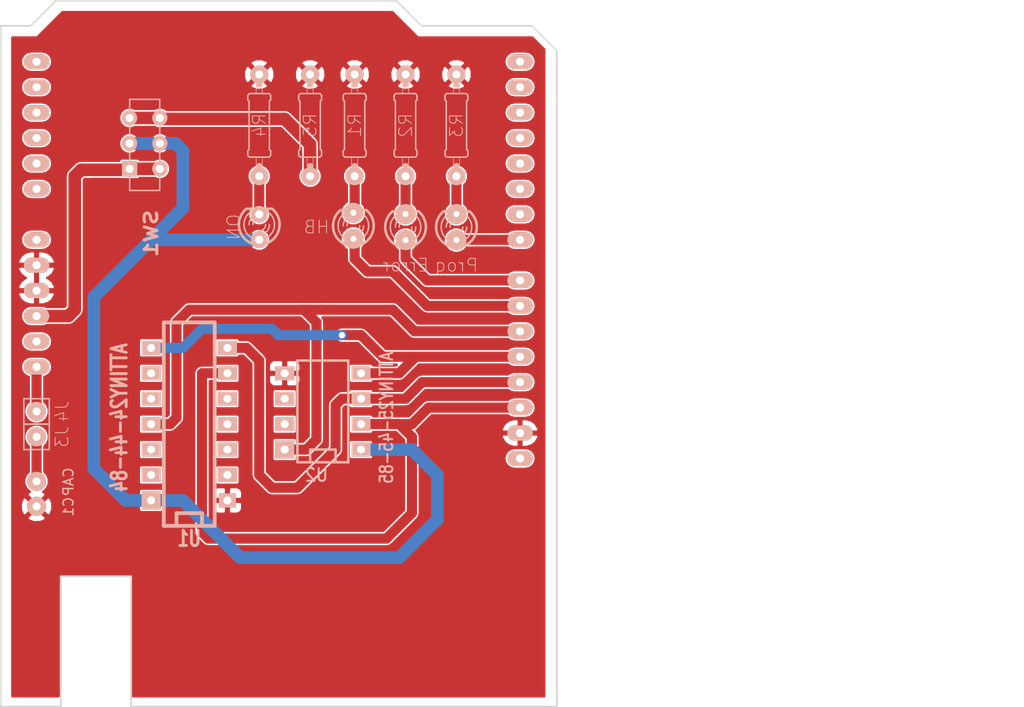
<source format=kicad_pcb>
(kicad_pcb (version 3) (host pcbnew "(2013-jul-07)-stable")

  (general
    (links 35)
    (no_connects 0)
    (area 151.924999 55.424999 254.83185 127.093133)
    (thickness 1.6)
    (drawings 20)
    (tracks 97)
    (zones 0)
    (modules 16)
    (nets 18)
  )

  (page A3)
  (layers
    (15 F.Cu signal)
    (0 B.Cu signal)
    (16 B.Adhes user)
    (17 F.Adhes user)
    (18 B.Paste user)
    (19 F.Paste user)
    (20 B.SilkS user)
    (21 F.SilkS user)
    (22 B.Mask user)
    (23 F.Mask user)
    (24 Dwgs.User user)
    (25 Cmts.User user)
    (26 Eco1.User user)
    (27 Eco2.User user)
    (28 Edge.Cuts user)
  )

  (setup
    (last_trace_width 1.016)
    (trace_clearance 0.1524)
    (zone_clearance 0.0254)
    (zone_45_only no)
    (trace_min 1.016)
    (segment_width 0.2)
    (edge_width 0.15)
    (via_size 0.889)
    (via_drill 0.635)
    (via_min_size 0.889)
    (via_min_drill 0.508)
    (uvia_size 0.508)
    (uvia_drill 0.127)
    (uvias_allowed no)
    (uvia_min_size 0.508)
    (uvia_min_drill 0.127)
    (pcb_text_width 0.3)
    (pcb_text_size 1 1)
    (mod_edge_width 0.15)
    (mod_text_size 1 1)
    (mod_text_width 0.15)
    (pad_size 1.524 1.524)
    (pad_drill 0.8128)
    (pad_to_mask_clearance 0)
    (aux_axis_origin 0 0)
    (visible_elements FFFFFFFF)
    (pcbplotparams
      (layerselection 536772609)
      (usegerberextensions true)
      (excludeedgelayer true)
      (linewidth 0.150000)
      (plotframeref false)
      (viasonmask false)
      (mode 1)
      (useauxorigin false)
      (hpglpennumber 1)
      (hpglpenspeed 20)
      (hpglpendiameter 15)
      (hpglpenoverlay 2)
      (psnegative false)
      (psa4output false)
      (plotreference true)
      (plotvalue true)
      (plotothertext true)
      (plotinvisibletext false)
      (padsonsilk false)
      (subtractmaskfromsilk false)
      (outputformat 1)
      (mirror false)
      (drillshape 0)
      (scaleselection 1)
      (outputdirectory "/home/luis-diaz/Escritorio/pcbs/programador attiny/gerber/FLIP_MIO/"))
  )

  (net 0 "")
  (net 1 N-000001)
  (net 2 N-0000010)
  (net 3 N-0000011)
  (net 4 N-0000012)
  (net 5 N-0000013)
  (net 6 N-0000014)
  (net 7 N-0000015)
  (net 8 N-0000016)
  (net 9 N-0000017)
  (net 10 N-000002)
  (net 11 N-000003)
  (net 12 N-000004)
  (net 13 N-000005)
  (net 14 N-000006)
  (net 15 N-000009)
  (net 16 gnd)
  (net 17 vcc)

  (net_class Default "This is the default net class."
    (clearance 0.1524)
    (trace_width 1.016)
    (via_dia 0.889)
    (via_drill 0.635)
    (uvia_dia 0.508)
    (uvia_drill 0.127)
    (add_net "")
    (add_net N-000001)
    (add_net N-0000011)
    (add_net N-0000012)
    (add_net N-0000013)
    (add_net N-0000014)
    (add_net N-0000015)
    (add_net N-0000016)
    (add_net N-0000017)
    (add_net N-000002)
    (add_net N-000003)
    (add_net N-000004)
    (add_net N-000005)
    (add_net N-000009)
    (add_net gnd)
  )

  (net_class vcc ""
    (clearance 0.1524)
    (trace_width 1.27)
    (via_dia 0.889)
    (via_drill 0.635)
    (uvia_dia 0.508)
    (uvia_drill 0.127)
    (add_net N-0000010)
    (add_net N-000006)
    (add_net vcc)
  )

  (module ARDUINO_SHIELD_2 (layer B.Cu) (tedit 54EDEADA) (tstamp 54EDF016)
    (at 153.035 125.095 90)
    (path /54CB3EE3)
    (fp_text reference "" (at 5.715 57.15 90) (layer B.SilkS)
      (effects (font (size 1.524 1.524) (thickness 0.3048)) (justify mirror))
    )
    (fp_text value ARDUINO_SHIELD (at 10.16 54.61 90) (layer B.SilkS) hide
      (effects (font (size 1.524 1.524) (thickness 0.3048)) (justify mirror))
    )
    (fp_line (start 0 44.45) (end 10.16 44.45) (layer Dwgs.User) (width 0.381))
    (fp_line (start 10.16 44.45) (end 10.16 31.75) (layer Dwgs.User) (width 0.381))
    (fp_line (start 10.16 31.75) (end 0 31.75) (layer Dwgs.User) (width 0.381))
    (fp_line (start 12.7 4.318) (end 0 4.318) (layer Dwgs.User) (width 0.381))
    (fp_line (start 0 12.7) (end 12.7 12.7) (layer Dwgs.User) (width 0.381))
    (fp_line (start 12.7 12.7) (end 12.7 4.572) (layer Dwgs.User) (width 0.381))
    (fp_circle (center 13.97 2.54) (end 16.002 1.524) (layer Dwgs.User) (width 0.381))
    (fp_circle (center 15.24 50.8) (end 16.764 49.276) (layer Dwgs.User) (width 0.381))
    (fp_circle (center 66.04 7.62) (end 67.31 6.096) (layer Dwgs.User) (width 0.381))
    (fp_circle (center 66.04 35.56) (end 67.31 34.036) (layer Dwgs.User) (width 0.381))
    (fp_line (start 66.04 40.64) (end 66.04 52.07) (layer Dwgs.User) (width 0.381))
    (fp_line (start 66.04 52.07) (end 64.77 53.34) (layer Dwgs.User) (width 0.381))
    (fp_line (start 64.77 53.34) (end 0 53.34) (layer Dwgs.User) (width 0.381))
    (fp_line (start 66.04 0) (end 0 0) (layer Dwgs.User) (width 0.381))
    (fp_line (start 0 0) (end 0 53.34) (layer Dwgs.User) (width 0.381))
    (fp_line (start 66.04 40.64) (end 68.58 38.1) (layer Dwgs.User) (width 0.381))
    (fp_line (start 68.58 38.1) (end 68.58 5.08) (layer Dwgs.User) (width 0.381))
    (fp_line (start 68.58 5.08) (end 66.04 2.54) (layer Dwgs.User) (width 0.381))
    (fp_line (start 66.04 2.54) (end 66.04 0) (layer Dwgs.User) (width 0.381))
    (pad AD5 thru_hole oval (at 63.5 2.54) (size 2.54 1.524) (drill 0.8128)
      (layers *.Cu *.Mask B.SilkS)
    )
    (pad AD4 thru_hole oval (at 60.96 2.54) (size 2.54 1.524) (drill 0.8128)
      (layers *.Cu *.Mask B.SilkS)
    )
    (pad AD3 thru_hole oval (at 58.42 2.54) (size 2.54 1.524) (drill 0.8128)
      (layers *.Cu *.Mask B.SilkS)
    )
    (pad AD0 thru_hole oval (at 50.8 2.54) (size 2.54 1.524) (drill 0.8128)
      (layers *.Cu *.Mask B.SilkS)
    )
    (pad AD1 thru_hole oval (at 53.34 2.54) (size 2.54 1.524) (drill 0.8128)
      (layers *.Cu *.Mask B.SilkS)
    )
    (pad AD2 thru_hole oval (at 55.88 2.54) (size 2.54 1.524) (drill 0.8128)
      (layers *.Cu *.Mask B.SilkS)
    )
    (pad V_IN thru_hole oval (at 45.72 2.54) (size 2.54 1.524) (drill 0.8128)
      (layers *.Cu *.Mask B.SilkS)
    )
    (pad GND2 thru_hole oval (at 43.18 2.54) (size 2.54 1.524) (drill 0.8128)
      (layers *.Cu *.Mask B.SilkS)
      (net 16 gnd)
    )
    (pad GND1 thru_hole oval (at 40.64 2.54) (size 2.54 1.524) (drill 0.8128)
      (layers *.Cu *.Mask B.SilkS)
      (net 16 gnd)
    )
    (pad 3V3 thru_hole oval (at 35.56 2.54) (size 2.54 1.524) (drill 0.8128)
      (layers *.Cu *.Mask B.SilkS)
    )
    (pad RST thru_hole oval (at 33.02 2.54) (size 2.54 1.524) (drill 0.8128)
      (layers *.Cu *.Mask B.SilkS)
      (net 3 N-0000011)
    )
    (pad 0 thru_hole oval (at 63.5 50.8) (size 2.54 1.524) (drill 0.8128)
      (layers *.Cu *.Mask B.SilkS)
    )
    (pad 1 thru_hole oval (at 60.96 50.8) (size 2.54 1.524) (drill 0.8128)
      (layers *.Cu *.Mask B.SilkS)
    )
    (pad 2 thru_hole oval (at 58.42 50.8) (size 2.54 1.524) (drill 0.8128)
      (layers *.Cu *.Mask B.SilkS)
    )
    (pad 3 thru_hole oval (at 55.88 50.8) (size 2.54 1.524) (drill 0.8128)
      (layers *.Cu *.Mask B.SilkS)
    )
    (pad 4 thru_hole oval (at 53.34 50.8) (size 2.54 1.524) (drill 0.8128)
      (layers *.Cu *.Mask B.SilkS)
    )
    (pad 5 thru_hole oval (at 50.8 50.8) (size 2.54 1.524) (drill 0.8128)
      (layers *.Cu *.Mask B.SilkS)
    )
    (pad 6 thru_hole oval (at 48.26 50.8) (size 2.54 1.524) (drill 0.8128)
      (layers *.Cu *.Mask B.SilkS)
    )
    (pad 7 thru_hole oval (at 45.72 50.8) (size 2.54 1.524) (drill 0.8128)
      (layers *.Cu *.Mask B.SilkS)
      (net 11 N-000003)
    )
    (pad 8 thru_hole oval (at 41.656 50.8) (size 2.54 1.524) (drill 0.8128)
      (layers *.Cu *.Mask B.SilkS)
      (net 10 N-000002)
    )
    (pad 9 thru_hole oval (at 39.116 50.8) (size 2.54 1.524) (drill 0.8128)
      (layers *.Cu *.Mask B.SilkS)
      (net 1 N-000001)
    )
    (pad 10 thru_hole oval (at 36.576 50.8) (size 2.54 1.524) (drill 0.8128)
      (layers *.Cu *.Mask B.SilkS)
      (net 9 N-0000017)
    )
    (pad 11 thru_hole oval (at 34.036 50.8) (size 2.54 1.524) (drill 0.8128)
      (layers *.Cu *.Mask B.SilkS)
      (net 13 N-000005)
    )
    (pad 12 thru_hole oval (at 31.496 50.8) (size 2.54 1.524) (drill 0.8128)
      (layers *.Cu *.Mask B.SilkS)
      (net 12 N-000004)
    )
    (pad 13 thru_hole oval (at 28.956 50.8) (size 2.54 1.524) (drill 0.8128)
      (layers *.Cu *.Mask B.SilkS)
      (net 4 N-0000012)
    )
    (pad GND3 thru_hole oval (at 26.416 50.8) (size 2.54 1.524) (drill 0.8128)
      (layers *.Cu *.Mask B.SilkS)
      (net 16 gnd)
    )
    (pad AREF thru_hole oval (at 23.876 50.8) (size 2.54 1.524) (drill 0.8128)
      (layers *.Cu *.Mask B.SilkS)
    )
    (pad 5V thru_hole oval (at 38.1 2.54) (size 2.54 1.524) (drill 0.8128)
      (layers *.Cu *.Mask B.SilkS)
      (net 2 N-0000010)
    )
  )

  (module swdip3 (layer B.Cu) (tedit 54EDEE2C) (tstamp 54EDEFE2)
    (at 166.37 69.85 90)
    (descr "Switch Dil 3 elements")
    (tags "SWITCH DEV")
    (path /54E4C2B0)
    (fp_text reference SW1 (at -8.89 0.635 90) (layer B.SilkS)
      (effects (font (size 1.27 1.524) (thickness 0.3048)) (justify mirror))
    )
    (fp_text value SWITCH (at 0 6.35 90) (layer B.SilkS) hide
      (effects (font (size 1.27 1.524) (thickness 0.3048)) (justify mirror))
    )
    (fp_line (start -4.6 0) (end -4.6 -1.5) (layer B.SilkS) (width 0.15))
    (fp_line (start -4.6 -1.5) (end 4.4 -1.5) (layer B.SilkS) (width 0.15))
    (fp_line (start 4.4 -1.5) (end 4.5 -1.5) (layer B.SilkS) (width 0.15))
    (fp_line (start 4.5 -1.5) (end 4.5 1.5) (layer B.SilkS) (width 0.15))
    (fp_line (start 4.5 1.5) (end -4.6 1.5) (layer B.SilkS) (width 0.15))
    (fp_line (start -4.6 0) (end -4.6 1.5) (layer B.SilkS) (width 0.15))
    (pad 1 thru_hole rect (at -2.44 -1.51 90) (size 1.524 1.524) (drill 0.8128)
      (layers *.Cu *.Mask B.SilkS)
      (net 2 N-0000010)
    )
    (pad 2 thru_hole circle (at 0.1 -1.51 90) (size 1.524 1.524) (drill 0.8128)
      (layers *.Cu *.Mask B.SilkS)
      (net 17 vcc)
    )
    (pad 3 thru_hole circle (at 2.64 -1.51 90) (size 1.524 1.524) (drill 0.8128)
      (layers *.Cu *.Mask B.SilkS)
      (net 14 N-000006)
    )
    (pad 5 thru_hole circle (at 2.64 1.51 90) (size 1.524 1.524) (drill 0.8128)
      (layers *.Cu *.Mask B.SilkS)
      (net 14 N-000006)
    )
    (pad 4 thru_hole circle (at 0.1 1.51 90) (size 1.524 1.524) (drill 0.8128)
      (layers *.Cu *.Mask B.SilkS)
      (net 17 vcc)
    )
    (pad 6 thru_hole circle (at -2.44 1.51 90) (size 1.524 1.524) (drill 0.8128)
      (layers *.Cu *.Mask B.SilkS)
      (net 2 N-0000010)
    )
  )

  (module LED-3MM (layer B.Cu) (tedit 54EDEABE) (tstamp 54E5A2D4)
    (at 177.8 78.105 90)
    (descr "LED 3mm - Lead pitch 100mil (2,54mm)")
    (tags "LED led 3mm 3MM 100mil 2,54mm")
    (path /54E4C514)
    (fp_text reference "" (at -3.81 32.385 90) (layer B.SilkS)
      (effects (font (size 0.762 0.762) (thickness 0.0889)) (justify mirror))
    )
    (fp_text value ON (at 0 -2.54 90) (layer B.SilkS)
      (effects (font (size 1.27 1.27) (thickness 0.0889)) (justify mirror))
    )
    (fp_line (start 1.8288 -1.27) (end 1.8288 1.27) (layer B.SilkS) (width 0.254))
    (fp_arc (start 0.254 0) (end -1.27 0) (angle -39.8) (layer B.SilkS) (width 0.1524))
    (fp_arc (start 0.254 0) (end -0.88392 -1.01092) (angle -41.6) (layer B.SilkS) (width 0.1524))
    (fp_arc (start 0.254 0) (end 1.4097 0.9906) (angle -40.6) (layer B.SilkS) (width 0.1524))
    (fp_arc (start 0.254 0) (end 1.778 0) (angle -39.8) (layer B.SilkS) (width 0.1524))
    (fp_arc (start 0.254 0) (end 0.254 1.524) (angle -54.4) (layer B.SilkS) (width 0.1524))
    (fp_arc (start 0.254 0) (end -0.9652 0.9144) (angle -53.1) (layer B.SilkS) (width 0.1524))
    (fp_arc (start 0.254 0) (end 1.45542 -0.93472) (angle -52.1) (layer B.SilkS) (width 0.1524))
    (fp_arc (start 0.254 0) (end 0.254 -1.524) (angle -52.1) (layer B.SilkS) (width 0.1524))
    (fp_arc (start 0.254 0) (end -0.381 0) (angle -90) (layer B.SilkS) (width 0.1524))
    (fp_arc (start 0.254 0) (end -0.762 0) (angle -90) (layer B.SilkS) (width 0.1524))
    (fp_arc (start 0.254 0) (end 0.889 0) (angle -90) (layer B.SilkS) (width 0.1524))
    (fp_arc (start 0.254 0) (end 1.27 0) (angle -90) (layer B.SilkS) (width 0.1524))
    (fp_arc (start 0.254 0) (end 0.254 2.032) (angle -50.1) (layer B.SilkS) (width 0.254))
    (fp_arc (start 0.254 0) (end -1.5367 0.95504) (angle -61.9) (layer B.SilkS) (width 0.254))
    (fp_arc (start 0.254 0) (end 1.8034 -1.31064) (angle -49.7) (layer B.SilkS) (width 0.254))
    (fp_arc (start 0.254 0) (end 0.254 -2.032) (angle -60.2) (layer B.SilkS) (width 0.254))
    (fp_arc (start 0.254 0) (end -1.778 0) (angle -28.3) (layer B.SilkS) (width 0.254))
    (fp_arc (start 0.254 0) (end -1.47574 -1.06426) (angle -31.6) (layer B.SilkS) (width 0.254))
    (pad A thru_hole circle (at -1.27 0 90) (size 1.6764 1.6764) (drill 0.8128)
      (layers *.Cu *.Mask B.SilkS)
      (net 17 vcc)
    )
    (pad K thru_hole circle (at 1.27 0 90) (size 1.6764 1.6764) (drill 0.8128)
      (layers *.Cu *.Mask B.SilkS)
      (net 15 N-000009)
    )
    (model discret/leds/led3_vertical_verde.wrl
      (at (xyz 0 0 0))
      (scale (xyz 1 1 1))
      (rotate (xyz 0 0 0))
    )
  )

  (module DIP-14__300 (layer B.Cu) (tedit 54EDEBE4) (tstamp 54DB3CC5)
    (at 170.815 97.79 90)
    (descr "14 pins DIL package, round pads")
    (tags DIL)
    (path /54CB94AC)
    (fp_text reference U1 (at -11.43 0 180) (layer B.SilkS)
      (effects (font (size 1.524 1.143) (thickness 0.3048)) (justify mirror))
    )
    (fp_text value ATTINY24-44-84 (at 0.635 -6.985 90) (layer B.SilkS)
      (effects (font (size 1.524 1.143) (thickness 0.28575)) (justify mirror))
    )
    (fp_line (start -10.16 2.54) (end 10.16 2.54) (layer B.SilkS) (width 0.381))
    (fp_line (start 10.16 -2.54) (end -10.16 -2.54) (layer B.SilkS) (width 0.381))
    (fp_line (start -10.16 -2.54) (end -10.16 2.54) (layer B.SilkS) (width 0.381))
    (fp_line (start -10.16 1.27) (end -8.89 1.27) (layer B.SilkS) (width 0.381))
    (fp_line (start -8.89 1.27) (end -8.89 -1.27) (layer B.SilkS) (width 0.381))
    (fp_line (start -8.89 -1.27) (end -10.16 -1.27) (layer B.SilkS) (width 0.381))
    (fp_line (start 10.16 2.54) (end 10.16 -2.54) (layer B.SilkS) (width 0.381))
    (pad 1 thru_hole rect (at -7.62 -3.81 90) (size 1.8 1.9) (drill 0.8)
      (layers *.Cu *.Mask B.SilkS)
      (net 17 vcc)
    )
    (pad 2 thru_hole rect (at -5.08 -3.81 90) (size 1.4 1.9) (drill 0.8)
      (layers *.Cu *.Mask B.SilkS)
    )
    (pad 3 thru_hole rect (at -2.54 -3.81 90) (size 1.4 1.9) (drill 0.8)
      (layers *.Cu *.Mask B.SilkS)
    )
    (pad 4 thru_hole rect (at 0 -3.81 90) (size 1.4 1.9) (drill 0.8)
      (layers *.Cu *.Mask B.SilkS)
      (net 9 N-0000017)
    )
    (pad 5 thru_hole rect (at 2.54 -3.81 90) (size 1.4 1.9) (drill 0.8)
      (layers *.Cu *.Mask B.SilkS)
    )
    (pad 6 thru_hole rect (at 5.08 -3.81 90) (size 1.4 1.9) (drill 0.8)
      (layers *.Cu *.Mask B.SilkS)
    )
    (pad 7 thru_hole rect (at 7.62 -3.81 90) (size 1.4 1.9) (drill 0.8)
      (layers *.Cu *.Mask B.SilkS)
      (net 13 N-000005)
    )
    (pad 8 thru_hole rect (at 7.62 3.81 90) (size 1.4 1.9) (drill 0.8)
      (layers *.Cu *.Mask B.SilkS)
      (net 12 N-000004)
    )
    (pad 9 thru_hole rect (at 5.08 3.81 90) (size 1.4 1.9) (drill 0.8)
      (layers *.Cu *.Mask B.SilkS)
      (net 4 N-0000012)
    )
    (pad 10 thru_hole rect (at 2.54 3.81 90) (size 1.4 1.9) (drill 0.8)
      (layers *.Cu *.Mask B.SilkS)
    )
    (pad 11 thru_hole rect (at 0 3.81 90) (size 1.4 1.9) (drill 0.8)
      (layers *.Cu *.Mask B.SilkS)
    )
    (pad 12 thru_hole rect (at -2.54 3.81 90) (size 1.4 1.9) (drill 0.8)
      (layers *.Cu *.Mask B.SilkS)
    )
    (pad 13 thru_hole rect (at -5.08 3.81 90) (size 1.4 1.9) (drill 0.8)
      (layers *.Cu *.Mask B.SilkS)
    )
    (pad 14 thru_hole rect (at -7.62 3.81 90) (size 1.4 1.7) (drill 0.8)
      (layers *.Cu *.Mask B.SilkS)
      (net 16 gnd)
    )
    (model dil/dil_14.wrl
      (at (xyz 0 0 0))
      (scale (xyz 1 1 1))
      (rotate (xyz 0 0 0))
    )
  )

  (module Cap_troughHole (layer B.Cu) (tedit 54E203D7) (tstamp 54DB4308)
    (at 155.575 103.505 270)
    (path /54DB4363)
    (fp_text reference C1 (at 2.54 -3.175 270) (layer B.SilkS)
      (effects (font (size 1 1) (thickness 0.15)) (justify mirror))
    )
    (fp_text value CAP (at 0.05 -3.175 270) (layer B.SilkS)
      (effects (font (size 1 1) (thickness 0.15)) (justify mirror))
    )
    (pad 1 thru_hole circle (at 0 0 270) (size 1.9 1.9) (drill 0.8)
      (layers *.Cu *.Mask B.SilkS)
      (net 5 N-0000013)
    )
    (pad 2 thru_hole circle (at 2.5 0 270) (size 1.9 1.9) (drill 0.8)
      (layers *.Cu *.Mask B.SilkS)
      (net 16 gnd)
    )
  )

  (module dp_devices-M1X1 (layer B.Cu) (tedit 54EDEADF) (tstamp 54DB3DA7)
    (at 155.575 99.06 90)
    (path /54DB3D80)
    (attr virtual)
    (fp_text reference J3 (at 0 2.54 90) (layer B.SilkS)
      (effects (font (size 1.27 1.27) (thickness 0.0889)) (justify mirror))
    )
    (fp_text value "" (at 15.875 66.04 90) (layer B.SilkS)
      (effects (font (size 1.524 1.524) (thickness 0.15)) (justify mirror))
    )
    (fp_line (start -1.27 1.27) (end 1.27 1.27) (layer B.SilkS) (width 0.1524))
    (fp_line (start 1.27 1.27) (end 1.27 -1.27) (layer B.SilkS) (width 0.1524))
    (fp_line (start 1.27 -1.27) (end -1.27 -1.27) (layer B.SilkS) (width 0.1524))
    (fp_line (start -1.27 -1.27) (end -1.27 1.27) (layer B.SilkS) (width 0.1524))
    (pad 1 thru_hole circle (at 0 0 90) (size 1.9 1.9) (drill 0.8)
      (layers *.Cu B.Paste B.SilkS B.Mask)
      (net 5 N-0000013)
    )
  )

  (module dp_devices-M1X1 (layer B.Cu) (tedit 54EDEAC3) (tstamp 54DB3DB0)
    (at 155.575 96.52 90)
    (path /54DB3D86)
    (attr virtual)
    (fp_text reference J4 (at 0 2.54 90) (layer B.SilkS)
      (effects (font (size 1.27 1.27) (thickness 0.0889)) (justify mirror))
    )
    (fp_text value "" (at 13.335 68.58 90) (layer B.SilkS)
      (effects (font (size 1.524 1.524) (thickness 0.15)) (justify mirror))
    )
    (fp_line (start -1.27 1.27) (end 1.27 1.27) (layer B.SilkS) (width 0.1524))
    (fp_line (start 1.27 1.27) (end 1.27 -1.27) (layer B.SilkS) (width 0.1524))
    (fp_line (start 1.27 -1.27) (end -1.27 -1.27) (layer B.SilkS) (width 0.1524))
    (fp_line (start -1.27 -1.27) (end -1.27 1.27) (layer B.SilkS) (width 0.1524))
    (pad 1 thru_hole circle (at 0 0 90) (size 1.9 1.9) (drill 0.8)
      (layers *.Cu B.Paste B.SilkS B.Mask)
      (net 3 N-0000011)
    )
  )

  (module DIP-8__300 (layer B.Cu) (tedit 54EDEBEB) (tstamp 54DB3C40)
    (at 184.15 96.52 90)
    (descr "8 pins DIL package, round pads")
    (tags DIL)
    (path /54CB3D03)
    (fp_text reference U2 (at -6.35 -0.635 360) (layer B.SilkS)
      (effects (font (size 1.27 1.143) (thickness 0.2032)) (justify mirror))
    )
    (fp_text value ATTINY25-45-85 (at -0.635 6.35 90) (layer B.SilkS)
      (effects (font (size 1.27 1.016) (thickness 0.2032)) (justify mirror))
    )
    (fp_line (start -5.08 1.27) (end -3.81 1.27) (layer B.SilkS) (width 0.254))
    (fp_line (start -3.81 1.27) (end -3.81 -1.27) (layer B.SilkS) (width 0.254))
    (fp_line (start -3.81 -1.27) (end -5.08 -1.27) (layer B.SilkS) (width 0.254))
    (fp_line (start -5.08 2.54) (end 5.08 2.54) (layer B.SilkS) (width 0.254))
    (fp_line (start 5.08 2.54) (end 5.08 -2.54) (layer B.SilkS) (width 0.254))
    (fp_line (start 5.08 -2.54) (end -5.08 -2.54) (layer B.SilkS) (width 0.254))
    (fp_line (start -5.08 -2.54) (end -5.08 2.54) (layer B.SilkS) (width 0.254))
    (pad 1 thru_hole rect (at -3.81 -3.81 90) (size 1.8 1.9) (drill 0.8)
      (layers *.Cu *.Mask B.SilkS)
      (net 9 N-0000017)
    )
    (pad 2 thru_hole rect (at -1.27 -3.81 90) (size 1.4 1.9) (drill 0.8)
      (layers *.Cu *.Mask B.SilkS)
    )
    (pad 3 thru_hole rect (at 1.27 -3.81 90) (size 1.4 1.9) (drill 0.8)
      (layers *.Cu *.Mask B.SilkS)
    )
    (pad 4 thru_hole rect (at 3.81 -3.81 90) (size 1.4 1.9) (drill 0.8)
      (layers *.Cu *.Mask B.SilkS)
      (net 16 gnd)
    )
    (pad 5 thru_hole rect (at 3.81 3.81 90) (size 1.4 1.9) (drill 0.8)
      (layers *.Cu *.Mask B.SilkS)
      (net 13 N-000005)
    )
    (pad 6 thru_hole rect (at 1.27 3.81 90) (size 1.4 1.9) (drill 0.8)
      (layers *.Cu *.Mask B.SilkS)
      (net 12 N-000004)
    )
    (pad 7 thru_hole rect (at -1.27 3.81 90) (size 1.4 1.9) (drill 0.8)
      (layers *.Cu *.Mask B.SilkS)
      (net 4 N-0000012)
    )
    (pad 8 thru_hole rect (at -3.81 3.81 90) (size 1.4 1.9) (drill 0.8)
      (layers *.Cu *.Mask B.SilkS)
      (net 17 vcc)
    )
    (model dil/dil_8.wrl
      (at (xyz 0 0 0))
      (scale (xyz 1 1 1))
      (rotate (xyz 0 0 0))
    )
  )

  (module dp_devices-RTH025W (layer B.Cu) (tedit 54EDEACD) (tstamp 54DB429A)
    (at 197.485 67.945 270)
    (path /54DB4143)
    (attr virtual)
    (fp_text reference R3 (at 0 0 270) (layer B.SilkS)
      (effects (font (size 1.27 1.27) (thickness 0.0889)) (justify mirror))
    )
    (fp_text value "" (at 11.43 -53.34 270) (layer B.SilkS)
      (effects (font (size 1.27 1.27) (thickness 0.0889)) (justify mirror))
    )
    (fp_line (start 3.175 -0.3048) (end 4.0386 -0.3048) (layer B.SilkS) (width 0.06604))
    (fp_line (start 4.0386 -0.3048) (end 4.0386 0.3048) (layer B.SilkS) (width 0.06604))
    (fp_line (start 3.175 0.3048) (end 4.0386 0.3048) (layer B.SilkS) (width 0.06604))
    (fp_line (start 3.175 -0.3048) (end 3.175 0.3048) (layer B.SilkS) (width 0.06604))
    (fp_line (start -4.0386 -0.3048) (end -3.175 -0.3048) (layer B.SilkS) (width 0.06604))
    (fp_line (start -3.175 -0.3048) (end -3.175 0.3048) (layer B.SilkS) (width 0.06604))
    (fp_line (start -4.0386 0.3048) (end -3.175 0.3048) (layer B.SilkS) (width 0.06604))
    (fp_line (start -4.0386 -0.3048) (end -4.0386 0.3048) (layer B.SilkS) (width 0.06604))
    (fp_line (start 5.08 0) (end 4.064 0) (layer B.SilkS) (width 0.6096))
    (fp_line (start -5.08 0) (end -4.064 0) (layer B.SilkS) (width 0.6096))
    (fp_line (start -3.175 -0.889) (end -3.175 0.889) (layer B.SilkS) (width 0.1524))
    (fp_line (start -2.921 1.143) (end -2.54 1.143) (layer B.SilkS) (width 0.1524))
    (fp_line (start -2.413 1.016) (end -2.54 1.143) (layer B.SilkS) (width 0.1524))
    (fp_line (start -2.921 -1.143) (end -2.54 -1.143) (layer B.SilkS) (width 0.1524))
    (fp_line (start -2.413 -1.016) (end -2.54 -1.143) (layer B.SilkS) (width 0.1524))
    (fp_line (start 2.413 1.016) (end 2.54 1.143) (layer B.SilkS) (width 0.1524))
    (fp_line (start 2.413 1.016) (end -2.413 1.016) (layer B.SilkS) (width 0.1524))
    (fp_line (start 2.413 -1.016) (end 2.54 -1.143) (layer B.SilkS) (width 0.1524))
    (fp_line (start 2.413 -1.016) (end -2.413 -1.016) (layer B.SilkS) (width 0.1524))
    (fp_line (start 2.921 1.143) (end 2.54 1.143) (layer B.SilkS) (width 0.1524))
    (fp_line (start 2.921 -1.143) (end 2.54 -1.143) (layer B.SilkS) (width 0.1524))
    (fp_line (start 3.175 -0.889) (end 3.175 0.889) (layer B.SilkS) (width 0.1524))
    (fp_arc (start -2.921 0.889) (end -3.175 0.889) (angle -90) (layer B.SilkS) (width 0.1524))
    (fp_arc (start -2.921 -0.889) (end -2.921 -1.143) (angle -90) (layer B.SilkS) (width 0.1524))
    (fp_arc (start 2.921 -0.889) (end 3.175 -0.889) (angle -90) (layer B.SilkS) (width 0.1524))
    (fp_arc (start 2.921 0.889) (end 2.921 1.143) (angle -90) (layer B.SilkS) (width 0.1524))
    (pad 1 thru_hole circle (at -5.08 0 270) (size 1.8 1.8) (drill 0.8)
      (layers *.Cu B.Paste B.SilkS B.Mask)
      (net 16 gnd)
    )
    (pad 2 thru_hole circle (at 5.08 0 270) (size 1.8 1.8) (drill 0.8)
      (layers *.Cu B.Paste B.SilkS B.Mask)
      (net 6 N-0000014)
    )
  )

  (module dp_devices-RTH025W (layer B.Cu) (tedit 54EDEACB) (tstamp 54DB42BA)
    (at 192.405 67.945 270)
    (path /54DB415A)
    (attr virtual)
    (fp_text reference R2 (at 0 0 270) (layer B.SilkS)
      (effects (font (size 1.27 1.27) (thickness 0.0889)) (justify mirror))
    )
    (fp_text value "" (at 12.7 -53.975 270) (layer B.SilkS)
      (effects (font (size 1.27 1.27) (thickness 0.0889)) (justify mirror))
    )
    (fp_line (start 3.175 -0.3048) (end 4.0386 -0.3048) (layer B.SilkS) (width 0.06604))
    (fp_line (start 4.0386 -0.3048) (end 4.0386 0.3048) (layer B.SilkS) (width 0.06604))
    (fp_line (start 3.175 0.3048) (end 4.0386 0.3048) (layer B.SilkS) (width 0.06604))
    (fp_line (start 3.175 -0.3048) (end 3.175 0.3048) (layer B.SilkS) (width 0.06604))
    (fp_line (start -4.0386 -0.3048) (end -3.175 -0.3048) (layer B.SilkS) (width 0.06604))
    (fp_line (start -3.175 -0.3048) (end -3.175 0.3048) (layer B.SilkS) (width 0.06604))
    (fp_line (start -4.0386 0.3048) (end -3.175 0.3048) (layer B.SilkS) (width 0.06604))
    (fp_line (start -4.0386 -0.3048) (end -4.0386 0.3048) (layer B.SilkS) (width 0.06604))
    (fp_line (start 5.08 0) (end 4.064 0) (layer B.SilkS) (width 0.6096))
    (fp_line (start -5.08 0) (end -4.064 0) (layer B.SilkS) (width 0.6096))
    (fp_line (start -3.175 -0.889) (end -3.175 0.889) (layer B.SilkS) (width 0.1524))
    (fp_line (start -2.921 1.143) (end -2.54 1.143) (layer B.SilkS) (width 0.1524))
    (fp_line (start -2.413 1.016) (end -2.54 1.143) (layer B.SilkS) (width 0.1524))
    (fp_line (start -2.921 -1.143) (end -2.54 -1.143) (layer B.SilkS) (width 0.1524))
    (fp_line (start -2.413 -1.016) (end -2.54 -1.143) (layer B.SilkS) (width 0.1524))
    (fp_line (start 2.413 1.016) (end 2.54 1.143) (layer B.SilkS) (width 0.1524))
    (fp_line (start 2.413 1.016) (end -2.413 1.016) (layer B.SilkS) (width 0.1524))
    (fp_line (start 2.413 -1.016) (end 2.54 -1.143) (layer B.SilkS) (width 0.1524))
    (fp_line (start 2.413 -1.016) (end -2.413 -1.016) (layer B.SilkS) (width 0.1524))
    (fp_line (start 2.921 1.143) (end 2.54 1.143) (layer B.SilkS) (width 0.1524))
    (fp_line (start 2.921 -1.143) (end 2.54 -1.143) (layer B.SilkS) (width 0.1524))
    (fp_line (start 3.175 -0.889) (end 3.175 0.889) (layer B.SilkS) (width 0.1524))
    (fp_arc (start -2.921 0.889) (end -3.175 0.889) (angle -90) (layer B.SilkS) (width 0.1524))
    (fp_arc (start -2.921 -0.889) (end -2.921 -1.143) (angle -90) (layer B.SilkS) (width 0.1524))
    (fp_arc (start 2.921 -0.889) (end 3.175 -0.889) (angle -90) (layer B.SilkS) (width 0.1524))
    (fp_arc (start 2.921 0.889) (end 2.921 1.143) (angle -90) (layer B.SilkS) (width 0.1524))
    (pad 1 thru_hole circle (at -5.08 0 270) (size 1.8 1.8) (drill 0.8)
      (layers *.Cu B.Paste B.SilkS B.Mask)
      (net 16 gnd)
    )
    (pad 2 thru_hole circle (at 5.08 0 270) (size 1.8 1.8) (drill 0.8)
      (layers *.Cu B.Paste B.SilkS B.Mask)
      (net 7 N-0000015)
    )
  )

  (module dp_devices-RTH025W (layer B.Cu) (tedit 54EDEACF) (tstamp 54DB42DA)
    (at 187.325 67.945 270)
    (path /54DB4160)
    (attr virtual)
    (fp_text reference R1 (at 0 0 270) (layer B.SilkS)
      (effects (font (size 1.27 1.27) (thickness 0.0889)) (justify mirror))
    )
    (fp_text value "" (at 12.065 -66.675 270) (layer B.SilkS)
      (effects (font (size 1.27 1.27) (thickness 0.0889)) (justify mirror))
    )
    (fp_line (start 3.175 -0.3048) (end 4.0386 -0.3048) (layer B.SilkS) (width 0.06604))
    (fp_line (start 4.0386 -0.3048) (end 4.0386 0.3048) (layer B.SilkS) (width 0.06604))
    (fp_line (start 3.175 0.3048) (end 4.0386 0.3048) (layer B.SilkS) (width 0.06604))
    (fp_line (start 3.175 -0.3048) (end 3.175 0.3048) (layer B.SilkS) (width 0.06604))
    (fp_line (start -4.0386 -0.3048) (end -3.175 -0.3048) (layer B.SilkS) (width 0.06604))
    (fp_line (start -3.175 -0.3048) (end -3.175 0.3048) (layer B.SilkS) (width 0.06604))
    (fp_line (start -4.0386 0.3048) (end -3.175 0.3048) (layer B.SilkS) (width 0.06604))
    (fp_line (start -4.0386 -0.3048) (end -4.0386 0.3048) (layer B.SilkS) (width 0.06604))
    (fp_line (start 5.08 0) (end 4.064 0) (layer B.SilkS) (width 0.6096))
    (fp_line (start -5.08 0) (end -4.064 0) (layer B.SilkS) (width 0.6096))
    (fp_line (start -3.175 -0.889) (end -3.175 0.889) (layer B.SilkS) (width 0.1524))
    (fp_line (start -2.921 1.143) (end -2.54 1.143) (layer B.SilkS) (width 0.1524))
    (fp_line (start -2.413 1.016) (end -2.54 1.143) (layer B.SilkS) (width 0.1524))
    (fp_line (start -2.921 -1.143) (end -2.54 -1.143) (layer B.SilkS) (width 0.1524))
    (fp_line (start -2.413 -1.016) (end -2.54 -1.143) (layer B.SilkS) (width 0.1524))
    (fp_line (start 2.413 1.016) (end 2.54 1.143) (layer B.SilkS) (width 0.1524))
    (fp_line (start 2.413 1.016) (end -2.413 1.016) (layer B.SilkS) (width 0.1524))
    (fp_line (start 2.413 -1.016) (end 2.54 -1.143) (layer B.SilkS) (width 0.1524))
    (fp_line (start 2.413 -1.016) (end -2.413 -1.016) (layer B.SilkS) (width 0.1524))
    (fp_line (start 2.921 1.143) (end 2.54 1.143) (layer B.SilkS) (width 0.1524))
    (fp_line (start 2.921 -1.143) (end 2.54 -1.143) (layer B.SilkS) (width 0.1524))
    (fp_line (start 3.175 -0.889) (end 3.175 0.889) (layer B.SilkS) (width 0.1524))
    (fp_arc (start -2.921 0.889) (end -3.175 0.889) (angle -90) (layer B.SilkS) (width 0.1524))
    (fp_arc (start -2.921 -0.889) (end -2.921 -1.143) (angle -90) (layer B.SilkS) (width 0.1524))
    (fp_arc (start 2.921 -0.889) (end 3.175 -0.889) (angle -90) (layer B.SilkS) (width 0.1524))
    (fp_arc (start 2.921 0.889) (end 2.921 1.143) (angle -90) (layer B.SilkS) (width 0.1524))
    (pad 1 thru_hole circle (at -5.08 0 270) (size 1.8 1.8) (drill 0.8)
      (layers *.Cu B.Paste B.SilkS B.Mask)
      (net 16 gnd)
    )
    (pad 2 thru_hole circle (at 5.08 0 270) (size 1.8 1.8) (drill 0.8)
      (layers *.Cu B.Paste B.SilkS B.Mask)
      (net 8 N-0000016)
    )
  )

  (module Led_3mm_bigger_pads (layer B.Cu) (tedit 54EDEAB6) (tstamp 54E5A289)
    (at 197.485 78.105 90)
    (path /54DB1460)
    (attr virtual)
    (fp_text reference "" (at 2.54 15.875 90) (layer B.SilkS)
      (effects (font (size 1.27 1.27) (thickness 0.0889)) (justify mirror))
    )
    (fp_text value Prog (at -3.81 0 180) (layer B.SilkS)
      (effects (font (size 1.27 1.27) (thickness 0.0889)) (justify mirror))
    )
    (fp_line (start 1.5748 -1.27) (end 1.5748 1.27) (layer B.SilkS) (width 0.254))
    (fp_arc (start 0 0) (end -1.524 0) (angle -39.8) (layer B.SilkS) (width 0.1524))
    (fp_arc (start 0 0) (end -1.13792 -1.01092) (angle -41.6) (layer B.SilkS) (width 0.1524))
    (fp_arc (start 0 0) (end 1.1557 0.9906) (angle -40.6) (layer B.SilkS) (width 0.1524))
    (fp_arc (start 0 0) (end 1.524 0) (angle -39.8) (layer B.SilkS) (width 0.1524))
    (fp_arc (start 0 0) (end 0 1.524) (angle -54.4) (layer B.SilkS) (width 0.1524))
    (fp_arc (start 0 0) (end -1.2192 0.9144) (angle -53.1) (layer B.SilkS) (width 0.1524))
    (fp_arc (start 0 0) (end 1.20142 -0.93472) (angle -52.1) (layer B.SilkS) (width 0.1524))
    (fp_arc (start 0 0) (end 0 -1.524) (angle -52.1) (layer B.SilkS) (width 0.1524))
    (fp_arc (start 0 0) (end -0.635 0) (angle -90) (layer B.SilkS) (width 0.1524))
    (fp_arc (start 0 0) (end -1.016 0) (angle -90) (layer B.SilkS) (width 0.1524))
    (fp_arc (start 0 0) (end 0.635 0) (angle -90) (layer B.SilkS) (width 0.1524))
    (fp_arc (start 0 0) (end 1.016 0) (angle -90) (layer B.SilkS) (width 0.1524))
    (fp_arc (start 0 0) (end 0 2.032) (angle -50.1) (layer B.SilkS) (width 0.254))
    (fp_arc (start 0 0) (end -1.7907 0.95504) (angle -61.9) (layer B.SilkS) (width 0.254))
    (fp_arc (start 0 0) (end 1.5494 -1.31064) (angle -49.7) (layer B.SilkS) (width 0.254))
    (fp_arc (start 0 0) (end 0 -2.032) (angle -60.2) (layer B.SilkS) (width 0.254))
    (fp_arc (start 0 0) (end -2.032 0) (angle -28.3) (layer B.SilkS) (width 0.254))
    (fp_arc (start 0 0) (end -1.72974 -1.06426) (angle -31.6) (layer B.SilkS) (width 0.254))
    (pad A thru_hole circle (at -1.3 0 90) (size 2 2) (drill 0.6)
      (layers *.Cu *.Mask B.SilkS)
      (net 11 N-000003)
    )
    (pad K thru_hole circle (at 1.3 0 90) (size 2 2) (drill 0.6)
      (layers *.Cu *.Mask B.SilkS)
      (net 6 N-0000014)
    )
  )

  (module Led_3mm_bigger_pads (layer B.Cu) (tedit 54EDEAB9) (tstamp 54E5A2A2)
    (at 192.405 78.105 90)
    (path /54DB147C)
    (attr virtual)
    (fp_text reference "" (at -1.905 20.955 90) (layer B.SilkS)
      (effects (font (size 1.27 1.27) (thickness 0.0889)) (justify mirror))
    )
    (fp_text value Error (at -3.81 0 180) (layer B.SilkS)
      (effects (font (size 1.27 1.27) (thickness 0.0889)) (justify mirror))
    )
    (fp_line (start 1.5748 -1.27) (end 1.5748 1.27) (layer B.SilkS) (width 0.254))
    (fp_arc (start 0 0) (end -1.524 0) (angle -39.8) (layer B.SilkS) (width 0.1524))
    (fp_arc (start 0 0) (end -1.13792 -1.01092) (angle -41.6) (layer B.SilkS) (width 0.1524))
    (fp_arc (start 0 0) (end 1.1557 0.9906) (angle -40.6) (layer B.SilkS) (width 0.1524))
    (fp_arc (start 0 0) (end 1.524 0) (angle -39.8) (layer B.SilkS) (width 0.1524))
    (fp_arc (start 0 0) (end 0 1.524) (angle -54.4) (layer B.SilkS) (width 0.1524))
    (fp_arc (start 0 0) (end -1.2192 0.9144) (angle -53.1) (layer B.SilkS) (width 0.1524))
    (fp_arc (start 0 0) (end 1.20142 -0.93472) (angle -52.1) (layer B.SilkS) (width 0.1524))
    (fp_arc (start 0 0) (end 0 -1.524) (angle -52.1) (layer B.SilkS) (width 0.1524))
    (fp_arc (start 0 0) (end -0.635 0) (angle -90) (layer B.SilkS) (width 0.1524))
    (fp_arc (start 0 0) (end -1.016 0) (angle -90) (layer B.SilkS) (width 0.1524))
    (fp_arc (start 0 0) (end 0.635 0) (angle -90) (layer B.SilkS) (width 0.1524))
    (fp_arc (start 0 0) (end 1.016 0) (angle -90) (layer B.SilkS) (width 0.1524))
    (fp_arc (start 0 0) (end 0 2.032) (angle -50.1) (layer B.SilkS) (width 0.254))
    (fp_arc (start 0 0) (end -1.7907 0.95504) (angle -61.9) (layer B.SilkS) (width 0.254))
    (fp_arc (start 0 0) (end 1.5494 -1.31064) (angle -49.7) (layer B.SilkS) (width 0.254))
    (fp_arc (start 0 0) (end 0 -2.032) (angle -60.2) (layer B.SilkS) (width 0.254))
    (fp_arc (start 0 0) (end -2.032 0) (angle -28.3) (layer B.SilkS) (width 0.254))
    (fp_arc (start 0 0) (end -1.72974 -1.06426) (angle -31.6) (layer B.SilkS) (width 0.254))
    (pad A thru_hole circle (at -1.3 0 90) (size 2 2) (drill 0.6)
      (layers *.Cu *.Mask B.SilkS)
      (net 10 N-000002)
    )
    (pad K thru_hole circle (at 1.3 0 90) (size 2 2) (drill 0.6)
      (layers *.Cu *.Mask B.SilkS)
      (net 7 N-0000015)
    )
  )

  (module Led_3mm_bigger_pads (layer B.Cu) (tedit 54EDEABB) (tstamp 54E5A2BB)
    (at 187.198 77.978 90)
    (path /54DB1498)
    (attr virtual)
    (fp_text reference "" (at 7.493 26.162 90) (layer B.SilkS)
      (effects (font (size 1.27 1.27) (thickness 0.0889)) (justify mirror))
    )
    (fp_text value HB (at -0.127 -3.683 180) (layer B.SilkS)
      (effects (font (size 1.27 1.27) (thickness 0.0889)) (justify mirror))
    )
    (fp_line (start 1.5748 -1.27) (end 1.5748 1.27) (layer B.SilkS) (width 0.254))
    (fp_arc (start 0 0) (end -1.524 0) (angle -39.8) (layer B.SilkS) (width 0.1524))
    (fp_arc (start 0 0) (end -1.13792 -1.01092) (angle -41.6) (layer B.SilkS) (width 0.1524))
    (fp_arc (start 0 0) (end 1.1557 0.9906) (angle -40.6) (layer B.SilkS) (width 0.1524))
    (fp_arc (start 0 0) (end 1.524 0) (angle -39.8) (layer B.SilkS) (width 0.1524))
    (fp_arc (start 0 0) (end 0 1.524) (angle -54.4) (layer B.SilkS) (width 0.1524))
    (fp_arc (start 0 0) (end -1.2192 0.9144) (angle -53.1) (layer B.SilkS) (width 0.1524))
    (fp_arc (start 0 0) (end 1.20142 -0.93472) (angle -52.1) (layer B.SilkS) (width 0.1524))
    (fp_arc (start 0 0) (end 0 -1.524) (angle -52.1) (layer B.SilkS) (width 0.1524))
    (fp_arc (start 0 0) (end -0.635 0) (angle -90) (layer B.SilkS) (width 0.1524))
    (fp_arc (start 0 0) (end -1.016 0) (angle -90) (layer B.SilkS) (width 0.1524))
    (fp_arc (start 0 0) (end 0.635 0) (angle -90) (layer B.SilkS) (width 0.1524))
    (fp_arc (start 0 0) (end 1.016 0) (angle -90) (layer B.SilkS) (width 0.1524))
    (fp_arc (start 0 0) (end 0 2.032) (angle -50.1) (layer B.SilkS) (width 0.254))
    (fp_arc (start 0 0) (end -1.7907 0.95504) (angle -61.9) (layer B.SilkS) (width 0.254))
    (fp_arc (start 0 0) (end 1.5494 -1.31064) (angle -49.7) (layer B.SilkS) (width 0.254))
    (fp_arc (start 0 0) (end 0 -2.032) (angle -60.2) (layer B.SilkS) (width 0.254))
    (fp_arc (start 0 0) (end -2.032 0) (angle -28.3) (layer B.SilkS) (width 0.254))
    (fp_arc (start 0 0) (end -1.72974 -1.06426) (angle -31.6) (layer B.SilkS) (width 0.254))
    (pad A thru_hole circle (at -1.3 0 90) (size 2 2) (drill 0.6)
      (layers *.Cu *.Mask B.SilkS)
      (net 1 N-000001)
    )
    (pad K thru_hole circle (at 1.3 0 90) (size 2 2) (drill 0.6)
      (layers *.Cu *.Mask B.SilkS)
      (net 8 N-0000016)
    )
  )

  (module dp_devices-RTH025W (layer B.Cu) (tedit 54EDEAC5) (tstamp 54E5A2F4)
    (at 182.88 67.945 90)
    (path /54E4C47A)
    (attr virtual)
    (fp_text reference R5 (at 0 0 90) (layer B.SilkS)
      (effects (font (size 1.27 1.27) (thickness 0.0889)) (justify mirror))
    )
    (fp_text value "" (at -12.7 47.625 90) (layer B.SilkS)
      (effects (font (size 1.27 1.27) (thickness 0.0889)) (justify mirror))
    )
    (fp_line (start 3.175 -0.3048) (end 4.0386 -0.3048) (layer B.SilkS) (width 0.06604))
    (fp_line (start 4.0386 -0.3048) (end 4.0386 0.3048) (layer B.SilkS) (width 0.06604))
    (fp_line (start 3.175 0.3048) (end 4.0386 0.3048) (layer B.SilkS) (width 0.06604))
    (fp_line (start 3.175 -0.3048) (end 3.175 0.3048) (layer B.SilkS) (width 0.06604))
    (fp_line (start -4.0386 -0.3048) (end -3.175 -0.3048) (layer B.SilkS) (width 0.06604))
    (fp_line (start -3.175 -0.3048) (end -3.175 0.3048) (layer B.SilkS) (width 0.06604))
    (fp_line (start -4.0386 0.3048) (end -3.175 0.3048) (layer B.SilkS) (width 0.06604))
    (fp_line (start -4.0386 -0.3048) (end -4.0386 0.3048) (layer B.SilkS) (width 0.06604))
    (fp_line (start 5.08 0) (end 4.064 0) (layer B.SilkS) (width 0.6096))
    (fp_line (start -5.08 0) (end -4.064 0) (layer B.SilkS) (width 0.6096))
    (fp_line (start -3.175 -0.889) (end -3.175 0.889) (layer B.SilkS) (width 0.1524))
    (fp_line (start -2.921 1.143) (end -2.54 1.143) (layer B.SilkS) (width 0.1524))
    (fp_line (start -2.413 1.016) (end -2.54 1.143) (layer B.SilkS) (width 0.1524))
    (fp_line (start -2.921 -1.143) (end -2.54 -1.143) (layer B.SilkS) (width 0.1524))
    (fp_line (start -2.413 -1.016) (end -2.54 -1.143) (layer B.SilkS) (width 0.1524))
    (fp_line (start 2.413 1.016) (end 2.54 1.143) (layer B.SilkS) (width 0.1524))
    (fp_line (start 2.413 1.016) (end -2.413 1.016) (layer B.SilkS) (width 0.1524))
    (fp_line (start 2.413 -1.016) (end 2.54 -1.143) (layer B.SilkS) (width 0.1524))
    (fp_line (start 2.413 -1.016) (end -2.413 -1.016) (layer B.SilkS) (width 0.1524))
    (fp_line (start 2.921 1.143) (end 2.54 1.143) (layer B.SilkS) (width 0.1524))
    (fp_line (start 2.921 -1.143) (end 2.54 -1.143) (layer B.SilkS) (width 0.1524))
    (fp_line (start 3.175 -0.889) (end 3.175 0.889) (layer B.SilkS) (width 0.1524))
    (fp_arc (start -2.921 0.889) (end -3.175 0.889) (angle -90) (layer B.SilkS) (width 0.1524))
    (fp_arc (start -2.921 -0.889) (end -2.921 -1.143) (angle -90) (layer B.SilkS) (width 0.1524))
    (fp_arc (start 2.921 -0.889) (end 3.175 -0.889) (angle -90) (layer B.SilkS) (width 0.1524))
    (fp_arc (start 2.921 0.889) (end 2.921 1.143) (angle -90) (layer B.SilkS) (width 0.1524))
    (pad 1 thru_hole circle (at -5.08 0 90) (size 1.8 1.8) (drill 0.8)
      (layers *.Cu B.Paste B.SilkS B.Mask)
      (net 14 N-000006)
    )
    (pad 2 thru_hole circle (at 5.08 0 90) (size 1.8 1.8) (drill 0.8)
      (layers *.Cu B.Paste B.SilkS B.Mask)
      (net 16 gnd)
    )
  )

  (module dp_devices-RTH025W (layer B.Cu) (tedit 54EDEAC7) (tstamp 54E5A314)
    (at 177.8 67.945 270)
    (path /54E4C51A)
    (attr virtual)
    (fp_text reference R4 (at 0 0 270) (layer B.SilkS)
      (effects (font (size 1.27 1.27) (thickness 0.0889)) (justify mirror))
    )
    (fp_text value "" (at 12.7 -55.88 270) (layer B.SilkS)
      (effects (font (size 1.27 1.27) (thickness 0.0889)) (justify mirror))
    )
    (fp_line (start 3.175 -0.3048) (end 4.0386 -0.3048) (layer B.SilkS) (width 0.06604))
    (fp_line (start 4.0386 -0.3048) (end 4.0386 0.3048) (layer B.SilkS) (width 0.06604))
    (fp_line (start 3.175 0.3048) (end 4.0386 0.3048) (layer B.SilkS) (width 0.06604))
    (fp_line (start 3.175 -0.3048) (end 3.175 0.3048) (layer B.SilkS) (width 0.06604))
    (fp_line (start -4.0386 -0.3048) (end -3.175 -0.3048) (layer B.SilkS) (width 0.06604))
    (fp_line (start -3.175 -0.3048) (end -3.175 0.3048) (layer B.SilkS) (width 0.06604))
    (fp_line (start -4.0386 0.3048) (end -3.175 0.3048) (layer B.SilkS) (width 0.06604))
    (fp_line (start -4.0386 -0.3048) (end -4.0386 0.3048) (layer B.SilkS) (width 0.06604))
    (fp_line (start 5.08 0) (end 4.064 0) (layer B.SilkS) (width 0.6096))
    (fp_line (start -5.08 0) (end -4.064 0) (layer B.SilkS) (width 0.6096))
    (fp_line (start -3.175 -0.889) (end -3.175 0.889) (layer B.SilkS) (width 0.1524))
    (fp_line (start -2.921 1.143) (end -2.54 1.143) (layer B.SilkS) (width 0.1524))
    (fp_line (start -2.413 1.016) (end -2.54 1.143) (layer B.SilkS) (width 0.1524))
    (fp_line (start -2.921 -1.143) (end -2.54 -1.143) (layer B.SilkS) (width 0.1524))
    (fp_line (start -2.413 -1.016) (end -2.54 -1.143) (layer B.SilkS) (width 0.1524))
    (fp_line (start 2.413 1.016) (end 2.54 1.143) (layer B.SilkS) (width 0.1524))
    (fp_line (start 2.413 1.016) (end -2.413 1.016) (layer B.SilkS) (width 0.1524))
    (fp_line (start 2.413 -1.016) (end 2.54 -1.143) (layer B.SilkS) (width 0.1524))
    (fp_line (start 2.413 -1.016) (end -2.413 -1.016) (layer B.SilkS) (width 0.1524))
    (fp_line (start 2.921 1.143) (end 2.54 1.143) (layer B.SilkS) (width 0.1524))
    (fp_line (start 2.921 -1.143) (end 2.54 -1.143) (layer B.SilkS) (width 0.1524))
    (fp_line (start 3.175 -0.889) (end 3.175 0.889) (layer B.SilkS) (width 0.1524))
    (fp_arc (start -2.921 0.889) (end -3.175 0.889) (angle -90) (layer B.SilkS) (width 0.1524))
    (fp_arc (start -2.921 -0.889) (end -2.921 -1.143) (angle -90) (layer B.SilkS) (width 0.1524))
    (fp_arc (start 2.921 -0.889) (end 3.175 -0.889) (angle -90) (layer B.SilkS) (width 0.1524))
    (fp_arc (start 2.921 0.889) (end 2.921 1.143) (angle -90) (layer B.SilkS) (width 0.1524))
    (pad 1 thru_hole circle (at -5.08 0 270) (size 1.8 1.8) (drill 0.8)
      (layers *.Cu B.Paste B.SilkS B.Mask)
      (net 16 gnd)
    )
    (pad 2 thru_hole circle (at 5.08 0 270) (size 1.8 1.8) (drill 0.8)
      (layers *.Cu B.Paste B.SilkS B.Mask)
      (net 15 N-000009)
    )
  )

  (gr_text "Attiny Programmer" (at 175.895 60.325) (layer B.Mask)
    (effects (font (size 1 1) (thickness 0.25)) (justify mirror))
  )
  (gr_text "Luis Díaz - DrMaker.es" (at 173.99 58.42) (layer B.Mask)
    (effects (font (size 1 1) (thickness 0.25)) (justify mirror))
  )
  (gr_line (start 157.5 55.5) (end 158 55.5) (angle 90) (layer Edge.Cuts) (width 0.15))
  (gr_line (start 157.5 55.5) (end 157 56) (angle 90) (layer Edge.Cuts) (width 0.15))
  (gr_line (start 207.5 126) (end 207 126) (angle 90) (layer Edge.Cuts) (width 0.15))
  (gr_line (start 207.5 65.5) (end 207.5 126) (angle 90) (layer Edge.Cuts) (width 0.15))
  (gr_line (start 207.5 60.5) (end 207 60) (angle 90) (layer Edge.Cuts) (width 0.15))
  (gr_line (start 207.5 65.5) (end 207.5 60.5) (angle 90) (layer Edge.Cuts) (width 0.15))
  (gr_line (start 205 58) (end 207 60) (angle 90) (layer Edge.Cuts) (width 0.15))
  (gr_line (start 194 58) (end 205 58) (angle 90) (layer Edge.Cuts) (width 0.15))
  (gr_line (start 191.5 55.5) (end 194 58) (angle 90) (layer Edge.Cuts) (width 0.15))
  (gr_line (start 157.5 55.5) (end 191.5 55.5) (angle 90) (layer Edge.Cuts) (width 0.15))
  (gr_line (start 155 58) (end 157 56) (angle 90) (layer Edge.Cuts) (width 0.15))
  (gr_line (start 152 58) (end 155 58) (angle 90) (layer Edge.Cuts) (width 0.15))
  (gr_line (start 152 126) (end 152 58) (angle 90) (layer Edge.Cuts) (width 0.15))
  (gr_line (start 158 126) (end 152 126) (angle 90) (layer Edge.Cuts) (width 0.15))
  (gr_line (start 158 113) (end 158 126) (angle 90) (layer Edge.Cuts) (width 0.15))
  (gr_line (start 165 113) (end 158 113) (angle 90) (layer Edge.Cuts) (width 0.15))
  (gr_line (start 165 126) (end 165 113) (angle 90) (layer Edge.Cuts) (width 0.15))
  (gr_line (start 207 126) (end 165 126) (angle 90) (layer Edge.Cuts) (width 0.15))

  (segment (start 187.325 79.405) (end 187.325 81.28) (width 1.016) (layer F.Cu) (net 1))
  (segment (start 194.564 85.979) (end 203.835 85.979) (width 1.016) (layer F.Cu) (net 1) (tstamp 54E1B5F0))
  (segment (start 191.135 82.55) (end 194.564 85.979) (width 1.016) (layer F.Cu) (net 1) (tstamp 54E1B5EF))
  (segment (start 188.595 82.55) (end 191.135 82.55) (width 1.016) (layer F.Cu) (net 1) (tstamp 54E1B5EE))
  (segment (start 187.325 81.28) (end 188.595 82.55) (width 1.016) (layer F.Cu) (net 1) (tstamp 54E1B5ED))
  (segment (start 167.88 72.29) (end 164.86 72.29) (width 1.27) (layer F.Cu) (net 2))
  (segment (start 158.75 86.995) (end 155.575 86.995) (width 1.27) (layer F.Cu) (net 2) (tstamp 54EC5373))
  (segment (start 159.385 86.36) (end 158.75 86.995) (width 1.27) (layer F.Cu) (net 2) (tstamp 54EC5372))
  (segment (start 159.385 73.025) (end 159.385 86.36) (width 1.27) (layer F.Cu) (net 2) (tstamp 54EC5371))
  (segment (start 160.02 72.39) (end 159.385 73.025) (width 1.27) (layer F.Cu) (net 2) (tstamp 54EC5370))
  (segment (start 164.76 72.39) (end 160.02 72.39) (width 1.27) (layer F.Cu) (net 2) (tstamp 54EC536F))
  (segment (start 164.86 72.29) (end 164.76 72.39) (width 1.27) (layer F.Cu) (net 2) (tstamp 54EC536E))
  (segment (start 155.575 92.075) (end 155.575 96.52) (width 1.016) (layer F.Cu) (net 3))
  (segment (start 187.96 97.79) (end 191.77 97.79) (width 1.016) (layer F.Cu) (net 4))
  (segment (start 191.77 97.79) (end 192.405 98.425) (width 1.016) (layer F.Cu) (net 4) (tstamp 54E1B628))
  (segment (start 174.625 92.71) (end 172.085 92.71) (width 1.016) (layer F.Cu) (net 4))
  (segment (start 172.085 92.71) (end 172.085 108.585) (width 1.016) (layer F.Cu) (net 4) (tstamp 54E1B61B))
  (segment (start 172.085 108.585) (end 172.72 109.22) (width 1.016) (layer F.Cu) (net 4) (tstamp 54E1B61C))
  (segment (start 172.72 109.22) (end 190.5 109.22) (width 1.016) (layer F.Cu) (net 4) (tstamp 54E1B61D))
  (segment (start 190.5 109.22) (end 193.04 106.68) (width 1.016) (layer F.Cu) (net 4) (tstamp 54E1B61E))
  (segment (start 193.04 106.68) (end 193.04 99.06) (width 1.016) (layer F.Cu) (net 4) (tstamp 54E1B61F))
  (segment (start 193.04 99.06) (end 192.405 98.425) (width 1.016) (layer F.Cu) (net 4) (tstamp 54E1B620))
  (segment (start 192.405 98.425) (end 192.405 98.425) (width 1.016) (layer F.Cu) (net 4) (tstamp 54E1B625))
  (segment (start 203.835 96.139) (end 194.691 96.139) (width 1.016) (layer F.Cu) (net 4))
  (segment (start 193.04 97.79) (end 187.96 97.79) (width 1.016) (layer F.Cu) (net 4) (tstamp 54E1B601))
  (segment (start 194.691 96.139) (end 193.04 97.79) (width 1.016) (layer F.Cu) (net 4) (tstamp 54E1B600))
  (segment (start 155.575 99.06) (end 155.575 103.505) (width 1.016) (layer F.Cu) (net 5))
  (segment (start 197.485 76.805) (end 197.485 73.025) (width 1.016) (layer F.Cu) (net 6))
  (segment (start 192.405 76.805) (end 192.405 73.025) (width 1.016) (layer F.Cu) (net 7))
  (segment (start 187.325 76.805) (end 187.325 73.025) (width 1.016) (layer F.Cu) (net 8))
  (segment (start 167.005 97.79) (end 168.91 97.79) (width 1.016) (layer F.Cu) (net 9))
  (segment (start 170.815 86.36) (end 182.245 86.36) (width 1.016) (layer F.Cu) (net 9) (tstamp 54ECB1B6))
  (segment (start 169.545 87.63) (end 170.815 86.36) (width 1.016) (layer F.Cu) (net 9) (tstamp 54ECB1B5))
  (segment (start 169.545 97.155) (end 169.545 87.63) (width 1.016) (layer F.Cu) (net 9) (tstamp 54ECB1B4))
  (segment (start 168.91 97.79) (end 169.545 97.155) (width 1.016) (layer F.Cu) (net 9) (tstamp 54ECB1B3))
  (segment (start 180.34 100.33) (end 182.498998 100.33) (width 1.016) (layer F.Cu) (net 9))
  (segment (start 183.515 87.63) (end 182.245 86.36) (width 1.016) (layer F.Cu) (net 9) (tstamp 54E1B6CF))
  (segment (start 183.515 99.313998) (end 183.515 87.63) (width 1.016) (layer F.Cu) (net 9) (tstamp 54E1B6CE))
  (segment (start 182.498998 100.33) (end 183.515 99.313998) (width 1.016) (layer F.Cu) (net 9) (tstamp 54E1B6CD))
  (segment (start 203.835 88.519) (end 193.294 88.519) (width 1.016) (layer F.Cu) (net 9))
  (segment (start 191.135 86.36) (end 184.15 86.36) (width 1.016) (layer F.Cu) (net 9) (tstamp 54E1B6C9))
  (segment (start 193.294 88.519) (end 191.135 86.36) (width 1.016) (layer F.Cu) (net 9) (tstamp 54E1B6C8))
  (segment (start 182.245 86.36) (end 184.15 86.36) (width 1.016) (layer F.Cu) (net 9) (tstamp 54E1B6D2))
  (segment (start 203.835 83.439) (end 194.564 83.439) (width 1.016) (layer F.Cu) (net 10))
  (segment (start 192.405 81.28) (end 192.405 79.405) (width 1.016) (layer F.Cu) (net 10) (tstamp 54E1B5EA))
  (segment (start 194.564 83.439) (end 192.405 81.28) (width 1.016) (layer F.Cu) (net 10) (tstamp 54E1B5E9))
  (segment (start 203.835 79.375) (end 197.515 79.375) (width 1.016) (layer F.Cu) (net 11))
  (segment (start 197.515 79.375) (end 197.485 79.405) (width 1.016) (layer F.Cu) (net 11) (tstamp 54E1B5E6))
  (segment (start 174.625 90.17) (end 176.53 90.17) (width 1.016) (layer F.Cu) (net 12))
  (segment (start 186.055 95.25) (end 187.96 95.25) (width 1.016) (layer F.Cu) (net 12) (tstamp 54E1B618))
  (segment (start 185.42 95.885) (end 186.055 95.25) (width 1.016) (layer F.Cu) (net 12) (tstamp 54E1B617))
  (segment (start 185.42 100.33) (end 185.42 95.885) (width 1.016) (layer F.Cu) (net 12) (tstamp 54E1B616))
  (segment (start 181.61 104.14) (end 185.42 100.33) (width 1.016) (layer F.Cu) (net 12) (tstamp 54E1B615))
  (segment (start 179.07 104.14) (end 181.61 104.14) (width 1.016) (layer F.Cu) (net 12) (tstamp 54E1B614))
  (segment (start 177.8 102.87) (end 179.07 104.14) (width 1.016) (layer F.Cu) (net 12) (tstamp 54E1B613))
  (segment (start 177.8 91.44) (end 177.8 102.87) (width 1.016) (layer F.Cu) (net 12) (tstamp 54E1B612))
  (segment (start 176.53 90.17) (end 177.8 91.44) (width 1.016) (layer F.Cu) (net 12) (tstamp 54E1B611))
  (segment (start 203.835 93.599) (end 194.056 93.599) (width 1.016) (layer F.Cu) (net 12))
  (segment (start 192.405 95.25) (end 187.96 95.25) (width 1.016) (layer F.Cu) (net 12) (tstamp 54E1B5FD))
  (segment (start 194.056 93.599) (end 192.405 95.25) (width 1.016) (layer F.Cu) (net 12) (tstamp 54E1B5FC))
  (segment (start 167.005 90.17) (end 170.18 90.17) (width 1.016) (layer B.Cu) (net 13) (status 400000))
  (segment (start 190.119 91.059) (end 193.421 91.059) (width 1.016) (layer F.Cu) (net 13) (tstamp 54EC537C))
  (segment (start 187.96 88.9) (end 190.119 91.059) (width 1.016) (layer F.Cu) (net 13) (tstamp 54E1B784))
  (segment (start 186.055 88.9) (end 187.96 88.9) (width 1.016) (layer F.Cu) (net 13))
  (via (at 186.055 88.9) (size 0.889) (layers F.Cu B.Cu) (net 13))
  (segment (start 179.705 88.9) (end 186.055 88.9) (width 1.016) (layer B.Cu) (net 13) (tstamp 54EDF195))
  (segment (start 179.07 88.265) (end 179.705 88.9) (width 1.016) (layer B.Cu) (net 13) (tstamp 54EDF194))
  (segment (start 172.085 88.265) (end 179.07 88.265) (width 1.016) (layer B.Cu) (net 13) (tstamp 54EDF193))
  (segment (start 170.18 90.17) (end 172.085 88.265) (width 1.016) (layer B.Cu) (net 13) (tstamp 54EDF192))
  (segment (start 187.96 92.71) (end 191.77 92.71) (width 1.016) (layer F.Cu) (net 13))
  (segment (start 191.77 92.71) (end 193.421 91.059) (width 1.016) (layer F.Cu) (net 13) (tstamp 54EC5379))
  (segment (start 203.835 91.059) (end 193.421 91.059) (width 1.016) (layer F.Cu) (net 13))
  (segment (start 164.86 67.21) (end 167.88 67.21) (width 1.27) (layer F.Cu) (net 14))
  (segment (start 167.88 67.21) (end 167.98 67.31) (width 1.27) (layer F.Cu) (net 14) (tstamp 54EC5366))
  (segment (start 167.98 67.31) (end 180.34 67.31) (width 1.27) (layer F.Cu) (net 14) (tstamp 54EC5367))
  (segment (start 180.34 67.31) (end 182.88 69.85) (width 1.27) (layer F.Cu) (net 14) (tstamp 54EC5368))
  (segment (start 182.88 69.85) (end 182.88 73.025) (width 1.27) (layer F.Cu) (net 14) (tstamp 54EC5369))
  (segment (start 177.8 76.835) (end 177.8 73.025) (width 1.016) (layer F.Cu) (net 15))
  (segment (start 187.96 100.33) (end 193.04 100.33) (width 1.27) (layer B.Cu) (net 17) (status 400000))
  (segment (start 170.18 105.41) (end 167.005 105.41) (width 1.27) (layer B.Cu) (net 17) (tstamp 54EDF1A2) (status 800000))
  (segment (start 175.895 111.125) (end 170.18 105.41) (width 1.27) (layer B.Cu) (net 17) (tstamp 54EDF1A1))
  (segment (start 191.77 111.125) (end 175.895 111.125) (width 1.27) (layer B.Cu) (net 17) (tstamp 54EDF1A0))
  (segment (start 195.58 107.315) (end 191.77 111.125) (width 1.27) (layer B.Cu) (net 17) (tstamp 54EDF19F))
  (segment (start 195.58 102.87) (end 195.58 107.315) (width 1.27) (layer B.Cu) (net 17) (tstamp 54EDF19E))
  (segment (start 193.04 100.33) (end 195.58 102.87) (width 1.27) (layer B.Cu) (net 17) (tstamp 54EDF19D))
  (segment (start 177.8 79.375) (end 167.005 79.375) (width 1.27) (layer B.Cu) (net 17))
  (segment (start 167.64 79.375) (end 167.64 78.74) (width 1.27) (layer B.Cu) (net 17) (tstamp 54EDF09C))
  (segment (start 167.005 79.375) (end 167.64 79.375) (width 1.27) (layer B.Cu) (net 17) (tstamp 54EDF09A))
  (segment (start 167.88 69.75) (end 164.86 69.75) (width 1.27) (layer B.Cu) (net 17))
  (segment (start 167.005 105.41) (end 164.465 105.41) (width 1.27) (layer B.Cu) (net 17))
  (segment (start 169.445 69.75) (end 167.88 69.75) (width 1.27) (layer B.Cu) (net 17) (tstamp 54EDF095))
  (segment (start 170.18 70.485) (end 169.445 69.75) (width 1.27) (layer B.Cu) (net 17) (tstamp 54EDF094))
  (segment (start 170.18 76.2) (end 170.18 70.485) (width 1.27) (layer B.Cu) (net 17) (tstamp 54EDF092))
  (segment (start 161.29 85.09) (end 167.64 78.74) (width 1.27) (layer B.Cu) (net 17) (tstamp 54EDF090))
  (segment (start 167.64 78.74) (end 170.18 76.2) (width 1.27) (layer B.Cu) (net 17) (tstamp 54EDF09D))
  (segment (start 161.29 102.235) (end 161.29 85.09) (width 1.27) (layer B.Cu) (net 17) (tstamp 54EDF08F))
  (segment (start 164.465 105.41) (end 161.29 102.235) (width 1.27) (layer B.Cu) (net 17) (tstamp 54EDF08E))

  (zone (net 16) (net_name gnd) (layer F.Cu) (tstamp 54ECB222) (hatch edge 0.508)
    (connect_pads (clearance 0.0254))
    (min_thickness 0.254)
    (fill (arc_segments 16) (thermal_gap 0.508) (thermal_bridge_width 0.508))
    (polygon
      (pts
        (xy 206.375 110.49) (xy 206.375 110.49) (xy 206.375 125.095) (xy 194.945 125.095) (xy 165.735 125.095)
        (xy 157.48 125.095) (xy 157.48 125.095) (xy 153.035 125.095) (xy 153.035 59.055) (xy 155.575 59.055)
        (xy 158.115 56.515) (xy 191.135 56.515) (xy 193.675 59.055) (xy 205.105 59.055) (xy 206.375 60.325)
      )
    )
    (filled_polygon
      (pts
        (xy 206.248 124.968) (xy 205.69722 124.968) (xy 205.69722 99.02207) (xy 205.69722 98.33593) (xy 205.68226 98.261723)
        (xy 205.42063 97.780974) (xy 205.414754 97.776225) (xy 205.414754 96.139) (xy 205.414754 93.599) (xy 205.414754 91.059)
        (xy 205.414754 88.519) (xy 205.414754 85.979) (xy 205.414754 83.439) (xy 205.414754 79.375) (xy 205.414754 76.835)
        (xy 205.414754 74.295) (xy 205.414754 71.755) (xy 205.414754 69.215) (xy 205.414754 66.675) (xy 205.414754 64.135)
        (xy 205.414754 61.595) (xy 205.335482 61.196473) (xy 205.109735 60.858619) (xy 204.771881 60.632872) (xy 204.373354 60.5536)
        (xy 203.296646 60.5536) (xy 202.898119 60.632872) (xy 202.560265 60.858619) (xy 202.334518 61.196473) (xy 202.255246 61.595)
        (xy 202.334518 61.993527) (xy 202.560265 62.331381) (xy 202.898119 62.557128) (xy 203.296646 62.6364) (xy 204.373354 62.6364)
        (xy 204.771881 62.557128) (xy 205.109735 62.331381) (xy 205.335482 61.993527) (xy 205.414754 61.595) (xy 205.414754 64.135)
        (xy 205.335482 63.736473) (xy 205.109735 63.398619) (xy 204.771881 63.172872) (xy 204.373354 63.0936) (xy 203.296646 63.0936)
        (xy 202.898119 63.172872) (xy 202.560265 63.398619) (xy 202.334518 63.736473) (xy 202.255246 64.135) (xy 202.334518 64.533527)
        (xy 202.560265 64.871381) (xy 202.898119 65.097128) (xy 203.296646 65.1764) (xy 204.373354 65.1764) (xy 204.771881 65.097128)
        (xy 205.109735 64.871381) (xy 205.335482 64.533527) (xy 205.414754 64.135) (xy 205.414754 66.675) (xy 205.335482 66.276473)
        (xy 205.109735 65.938619) (xy 204.771881 65.712872) (xy 204.373354 65.6336) (xy 203.296646 65.6336) (xy 202.898119 65.712872)
        (xy 202.560265 65.938619) (xy 202.334518 66.276473) (xy 202.255246 66.675) (xy 202.334518 67.073527) (xy 202.560265 67.411381)
        (xy 202.898119 67.637128) (xy 203.296646 67.7164) (xy 204.373354 67.7164) (xy 204.771881 67.637128) (xy 205.109735 67.411381)
        (xy 205.335482 67.073527) (xy 205.414754 66.675) (xy 205.414754 69.215) (xy 205.335482 68.816473) (xy 205.109735 68.478619)
        (xy 204.771881 68.252872) (xy 204.373354 68.1736) (xy 203.296646 68.1736) (xy 202.898119 68.252872) (xy 202.560265 68.478619)
        (xy 202.334518 68.816473) (xy 202.255246 69.215) (xy 202.334518 69.613527) (xy 202.560265 69.951381) (xy 202.898119 70.177128)
        (xy 203.296646 70.2564) (xy 204.373354 70.2564) (xy 204.771881 70.177128) (xy 205.109735 69.951381) (xy 205.335482 69.613527)
        (xy 205.414754 69.215) (xy 205.414754 71.755) (xy 205.335482 71.356473) (xy 205.109735 71.018619) (xy 204.771881 70.792872)
        (xy 204.373354 70.7136) (xy 203.296646 70.7136) (xy 202.898119 70.792872) (xy 202.560265 71.018619) (xy 202.334518 71.356473)
        (xy 202.255246 71.755) (xy 202.334518 72.153527) (xy 202.560265 72.491381) (xy 202.898119 72.717128) (xy 203.296646 72.7964)
        (xy 204.373354 72.7964) (xy 204.771881 72.717128) (xy 205.109735 72.491381) (xy 205.335482 72.153527) (xy 205.414754 71.755)
        (xy 205.414754 74.295) (xy 205.335482 73.896473) (xy 205.109735 73.558619) (xy 204.771881 73.332872) (xy 204.373354 73.2536)
        (xy 203.296646 73.2536) (xy 202.898119 73.332872) (xy 202.560265 73.558619) (xy 202.334518 73.896473) (xy 202.255246 74.295)
        (xy 202.334518 74.693527) (xy 202.560265 75.031381) (xy 202.898119 75.257128) (xy 203.296646 75.3364) (xy 204.373354 75.3364)
        (xy 204.771881 75.257128) (xy 205.109735 75.031381) (xy 205.335482 74.693527) (xy 205.414754 74.295) (xy 205.414754 76.835)
        (xy 205.335482 76.436473) (xy 205.109735 76.098619) (xy 204.771881 75.872872) (xy 204.373354 75.7936) (xy 203.296646 75.7936)
        (xy 202.898119 75.872872) (xy 202.560265 76.098619) (xy 202.334518 76.436473) (xy 202.255246 76.835) (xy 202.334518 77.233527)
        (xy 202.560265 77.571381) (xy 202.898119 77.797128) (xy 203.296646 77.8764) (xy 204.373354 77.8764) (xy 204.771881 77.797128)
        (xy 205.109735 77.571381) (xy 205.335482 77.233527) (xy 205.414754 76.835) (xy 205.414754 79.375) (xy 205.335482 78.976473)
        (xy 205.109735 78.638619) (xy 204.771881 78.412872) (xy 204.373354 78.3336) (xy 203.296646 78.3336) (xy 202.898119 78.412872)
        (xy 202.63662 78.5876) (xy 199.031457 78.5876) (xy 199.031457 63.105663) (xy 199.005838 62.49554) (xy 198.821643 62.050853)
        (xy 198.565159 61.964446) (xy 198.385554 62.144051) (xy 198.385554 61.784841) (xy 198.299147 61.528357) (xy 197.725663 61.318543)
        (xy 197.11554 61.344162) (xy 196.670853 61.528357) (xy 196.584446 61.784841) (xy 197.485 62.685395) (xy 198.385554 61.784841)
        (xy 198.385554 62.144051) (xy 197.664605 62.865) (xy 198.565159 63.765554) (xy 198.821643 63.679147) (xy 199.031457 63.105663)
        (xy 199.031457 78.5876) (xy 198.764621 78.5876) (xy 198.764621 76.551628) (xy 198.570254 76.081225) (xy 198.2724 75.78285)
        (xy 198.2724 73.905441) (xy 198.484263 73.693948) (xy 198.664194 73.260626) (xy 198.664603 72.791432) (xy 198.485429 72.357797)
        (xy 198.385554 72.257747) (xy 198.385554 63.945159) (xy 197.485 63.044605) (xy 197.305395 63.22421) (xy 197.305395 62.865)
        (xy 196.404841 61.964446) (xy 196.148357 62.050853) (xy 195.938543 62.624337) (xy 195.964162 63.23446) (xy 196.148357 63.679147)
        (xy 196.404841 63.765554) (xy 197.305395 62.865) (xy 197.305395 63.22421) (xy 196.584446 63.945159) (xy 196.670853 64.201643)
        (xy 197.244337 64.411457) (xy 197.85446 64.385838) (xy 198.299147 64.201643) (xy 198.385554 63.945159) (xy 198.385554 72.257747)
        (xy 198.153948 72.025737) (xy 197.720626 71.845806) (xy 197.251432 71.845397) (xy 196.817797 72.024571) (xy 196.485737 72.356052)
        (xy 196.305806 72.789374) (xy 196.305397 73.258568) (xy 196.484571 73.692203) (xy 196.6976 73.905604) (xy 196.6976 75.78326)
        (xy 196.401011 76.079332) (xy 196.205823 76.549395) (xy 196.205379 77.058372) (xy 196.399746 77.528775) (xy 196.759332 77.888989)
        (xy 197.229395 78.084177) (xy 197.738372 78.084621) (xy 198.208775 77.890254) (xy 198.568989 77.530668) (xy 198.764177 77.060605)
        (xy 198.764621 76.551628) (xy 198.764621 78.5876) (xy 198.476792 78.5876) (xy 198.210668 78.321011) (xy 197.740605 78.125823)
        (xy 197.231628 78.125379) (xy 196.761225 78.319746) (xy 196.401011 78.679332) (xy 196.205823 79.149395) (xy 196.205379 79.658372)
        (xy 196.399746 80.128775) (xy 196.759332 80.488989) (xy 197.229395 80.684177) (xy 197.738372 80.684621) (xy 198.208775 80.490254)
        (xy 198.537201 80.1624) (xy 202.63662 80.1624) (xy 202.898119 80.337128) (xy 203.296646 80.4164) (xy 204.373354 80.4164)
        (xy 204.771881 80.337128) (xy 205.109735 80.111381) (xy 205.335482 79.773527) (xy 205.414754 79.375) (xy 205.414754 83.439)
        (xy 205.335482 83.040473) (xy 205.109735 82.702619) (xy 204.771881 82.476872) (xy 204.373354 82.3976) (xy 203.296646 82.3976)
        (xy 202.898119 82.476872) (xy 202.63662 82.6516) (xy 194.890152 82.6516) (xy 193.951457 81.712905) (xy 193.951457 63.105663)
        (xy 193.925838 62.49554) (xy 193.741643 62.050853) (xy 193.485159 61.964446) (xy 193.305554 62.144051) (xy 193.305554 61.784841)
        (xy 193.219147 61.528357) (xy 192.645663 61.318543) (xy 192.03554 61.344162) (xy 191.590853 61.528357) (xy 191.504446 61.784841)
        (xy 192.405 62.685395) (xy 193.305554 61.784841) (xy 193.305554 62.144051) (xy 192.584605 62.865) (xy 193.485159 63.765554)
        (xy 193.741643 63.679147) (xy 193.951457 63.105663) (xy 193.951457 81.712905) (xy 193.1924 80.953848) (xy 193.1924 80.426739)
        (xy 193.488989 80.130668) (xy 193.684177 79.660605) (xy 193.684621 79.151628) (xy 193.684621 76.551628) (xy 193.490254 76.081225)
        (xy 193.1924 75.78285) (xy 193.1924 73.905441) (xy 193.404263 73.693948) (xy 193.584194 73.260626) (xy 193.584603 72.791432)
        (xy 193.405429 72.357797) (xy 193.305554 72.257747) (xy 193.305554 63.945159) (xy 192.405 63.044605) (xy 192.225395 63.22421)
        (xy 192.225395 62.865) (xy 191.324841 61.964446) (xy 191.068357 62.050853) (xy 190.858543 62.624337) (xy 190.884162 63.23446)
        (xy 191.068357 63.679147) (xy 191.324841 63.765554) (xy 192.225395 62.865) (xy 192.225395 63.22421) (xy 191.504446 63.945159)
        (xy 191.590853 64.201643) (xy 192.164337 64.411457) (xy 192.77446 64.385838) (xy 193.219147 64.201643) (xy 193.305554 63.945159)
        (xy 193.305554 72.257747) (xy 193.073948 72.025737) (xy 192.640626 71.845806) (xy 192.171432 71.845397) (xy 191.737797 72.024571)
        (xy 191.405737 72.356052) (xy 191.225806 72.789374) (xy 191.225397 73.258568) (xy 191.404571 73.692203) (xy 191.6176 73.905604)
        (xy 191.6176 75.78326) (xy 191.321011 76.079332) (xy 191.125823 76.549395) (xy 191.125379 77.058372) (xy 191.319746 77.528775)
        (xy 191.679332 77.888989) (xy 192.149395 78.084177) (xy 192.658372 78.084621) (xy 193.128775 77.890254) (xy 193.488989 77.530668)
        (xy 193.684177 77.060605) (xy 193.684621 76.551628) (xy 193.684621 79.151628) (xy 193.490254 78.681225) (xy 193.130668 78.321011)
        (xy 192.660605 78.125823) (xy 192.151628 78.125379) (xy 191.681225 78.319746) (xy 191.321011 78.679332) (xy 191.125823 79.149395)
        (xy 191.125379 79.658372) (xy 191.319746 80.128775) (xy 191.6176 80.427149) (xy 191.6176 81.28) (xy 191.677537 81.581325)
        (xy 191.848224 81.836776) (xy 194.007224 83.995776) (xy 194.262675 84.166463) (xy 194.564 84.2264) (xy 202.63662 84.2264)
        (xy 202.898119 84.401128) (xy 203.296646 84.4804) (xy 204.373354 84.4804) (xy 204.771881 84.401128) (xy 205.109735 84.175381)
        (xy 205.335482 83.837527) (xy 205.414754 83.439) (xy 205.414754 85.979) (xy 205.335482 85.580473) (xy 205.109735 85.242619)
        (xy 204.771881 85.016872) (xy 204.373354 84.9376) (xy 203.296646 84.9376) (xy 202.898119 85.016872) (xy 202.63662 85.1916)
        (xy 194.890152 85.1916) (xy 191.691776 81.993224) (xy 191.436325 81.822537) (xy 191.135 81.7626) (xy 188.921152 81.7626)
        (xy 188.871457 81.712905) (xy 188.871457 63.105663) (xy 188.845838 62.49554) (xy 188.661643 62.050853) (xy 188.405159 61.964446)
        (xy 188.225554 62.144051) (xy 188.225554 61.784841) (xy 188.139147 61.528357) (xy 187.565663 61.318543) (xy 186.95554 61.344162)
        (xy 186.510853 61.528357) (xy 186.424446 61.784841) (xy 187.325 62.685395) (xy 188.225554 61.784841) (xy 188.225554 62.144051)
        (xy 187.504605 62.865) (xy 188.405159 63.765554) (xy 188.661643 63.679147) (xy 188.871457 63.105663) (xy 188.871457 81.712905)
        (xy 188.504603 81.346051) (xy 188.504603 72.791432) (xy 188.325429 72.357797) (xy 188.225554 72.257747) (xy 188.225554 63.945159)
        (xy 187.325 63.044605) (xy 187.145395 63.22421) (xy 187.145395 62.865) (xy 186.244841 61.964446) (xy 185.988357 62.050853)
        (xy 185.778543 62.624337) (xy 185.804162 63.23446) (xy 185.988357 63.679147) (xy 186.244841 63.765554) (xy 187.145395 62.865)
        (xy 187.145395 63.22421) (xy 186.424446 63.945159) (xy 186.510853 64.201643) (xy 187.084337 64.411457) (xy 187.69446 64.385838)
        (xy 188.139147 64.201643) (xy 188.225554 63.945159) (xy 188.225554 72.257747) (xy 187.993948 72.025737) (xy 187.560626 71.845806)
        (xy 187.091432 71.845397) (xy 186.657797 72.024571) (xy 186.325737 72.356052) (xy 186.145806 72.789374) (xy 186.145397 73.258568)
        (xy 186.324571 73.692203) (xy 186.5376 73.905604) (xy 186.5376 75.566559) (xy 186.474225 75.592746) (xy 186.114011 75.952332)
        (xy 185.918823 76.422395) (xy 185.918379 76.931372) (xy 186.112746 77.401775) (xy 186.472332 77.761989) (xy 186.942395 77.957177)
        (xy 187.451372 77.957621) (xy 187.921775 77.763254) (xy 188.281989 77.403668) (xy 188.477177 76.933605) (xy 188.477621 76.424628)
        (xy 188.283254 75.954225) (xy 188.1124 75.783072) (xy 188.1124 73.905441) (xy 188.324263 73.693948) (xy 188.504194 73.260626)
        (xy 188.504603 72.791432) (xy 188.504603 81.346051) (xy 188.1124 80.953848) (xy 188.1124 80.172961) (xy 188.281989 80.003668)
        (xy 188.477177 79.533605) (xy 188.477621 79.024628) (xy 188.283254 78.554225) (xy 187.923668 78.194011) (xy 187.453605 77.998823)
        (xy 186.944628 77.998379) (xy 186.474225 78.192746) (xy 186.114011 78.552332) (xy 185.918823 79.022395) (xy 185.918379 79.531372)
        (xy 186.112746 80.001775) (xy 186.472332 80.361989) (xy 186.5376 80.38909) (xy 186.5376 81.28) (xy 186.597537 81.581325)
        (xy 186.768224 81.836776) (xy 188.038224 83.106776) (xy 188.293675 83.277463) (xy 188.595 83.3374) (xy 190.808848 83.3374)
        (xy 194.007224 86.535776) (xy 194.262675 86.706463) (xy 194.564 86.7664) (xy 202.63662 86.7664) (xy 202.898119 86.941128)
        (xy 203.296646 87.0204) (xy 204.373354 87.0204) (xy 204.771881 86.941128) (xy 205.109735 86.715381) (xy 205.335482 86.377527)
        (xy 205.414754 85.979) (xy 205.414754 88.519) (xy 205.335482 88.120473) (xy 205.109735 87.782619) (xy 204.771881 87.556872)
        (xy 204.373354 87.4776) (xy 203.296646 87.4776) (xy 202.898119 87.556872) (xy 202.63662 87.7316) (xy 193.620152 87.7316)
        (xy 191.691776 85.803224) (xy 191.436325 85.632537) (xy 191.135 85.5726) (xy 184.426457 85.5726) (xy 184.426457 63.105663)
        (xy 184.400838 62.49554) (xy 184.216643 62.050853) (xy 183.960159 61.964446) (xy 183.780554 62.144051) (xy 183.780554 61.784841)
        (xy 183.694147 61.528357) (xy 183.120663 61.318543) (xy 182.51054 61.344162) (xy 182.065853 61.528357) (xy 181.979446 61.784841)
        (xy 182.88 62.685395) (xy 183.780554 61.784841) (xy 183.780554 62.144051) (xy 183.059605 62.865) (xy 183.960159 63.765554)
        (xy 184.216643 63.679147) (xy 184.426457 63.105663) (xy 184.426457 85.5726) (xy 184.15 85.5726) (xy 184.059603 85.5726)
        (xy 184.059603 72.791432) (xy 183.880429 72.357797) (xy 183.7944 72.271617) (xy 183.7944 69.85) (xy 183.780554 69.780391)
        (xy 183.780554 63.945159) (xy 182.88 63.044605) (xy 182.700395 63.22421) (xy 182.700395 62.865) (xy 181.799841 61.964446)
        (xy 181.543357 62.050853) (xy 181.333543 62.624337) (xy 181.359162 63.23446) (xy 181.543357 63.679147) (xy 181.799841 63.765554)
        (xy 182.700395 62.865) (xy 182.700395 63.22421) (xy 181.979446 63.945159) (xy 182.065853 64.201643) (xy 182.639337 64.411457)
        (xy 183.24946 64.385838) (xy 183.694147 64.201643) (xy 183.780554 63.945159) (xy 183.780554 69.780391) (xy 183.724795 69.500074)
        (xy 183.526578 69.203422) (xy 183.526578 69.203421) (xy 180.986578 66.663422) (xy 180.689926 66.465205) (xy 180.34 66.3956)
        (xy 179.346457 66.3956) (xy 179.346457 63.105663) (xy 179.320838 62.49554) (xy 179.136643 62.050853) (xy 178.880159 61.964446)
        (xy 178.700554 62.144051) (xy 178.700554 61.784841) (xy 178.614147 61.528357) (xy 178.040663 61.318543) (xy 177.43054 61.344162)
        (xy 176.985853 61.528357) (xy 176.899446 61.784841) (xy 177.8 62.685395) (xy 178.700554 61.784841) (xy 178.700554 62.144051)
        (xy 177.979605 62.865) (xy 178.880159 63.765554) (xy 179.136643 63.679147) (xy 179.346457 63.105663) (xy 179.346457 66.3956)
        (xy 178.700554 66.3956) (xy 178.700554 63.945159) (xy 177.8 63.044605) (xy 177.620395 63.22421) (xy 177.620395 62.865)
        (xy 176.719841 61.964446) (xy 176.463357 62.050853) (xy 176.253543 62.624337) (xy 176.279162 63.23446) (xy 176.463357 63.679147)
        (xy 176.719841 63.765554) (xy 177.620395 62.865) (xy 177.620395 63.22421) (xy 176.899446 63.945159) (xy 176.985853 64.201643)
        (xy 177.559337 64.411457) (xy 178.16946 64.385838) (xy 178.614147 64.201643) (xy 178.700554 63.945159) (xy 178.700554 66.3956)
        (xy 168.538498 66.3956) (xy 168.470676 66.327659) (xy 168.088056 66.168781) (xy 167.673762 66.16842) (xy 167.365961 66.2956)
        (xy 165.373469 66.2956) (xy 165.068056 66.168781) (xy 164.653762 66.16842) (xy 164.270865 66.326629) (xy 163.977659 66.619324)
        (xy 163.818781 67.001944) (xy 163.81842 67.416238) (xy 163.976629 67.799135) (xy 164.269324 68.092341) (xy 164.651944 68.251219)
        (xy 165.066238 68.25158) (xy 165.374038 68.1244) (xy 167.36653 68.1244) (xy 167.671944 68.251219) (xy 168.086238 68.25158)
        (xy 168.152018 68.2244) (xy 179.961243 68.2244) (xy 181.9656 70.228756) (xy 181.9656 72.271336) (xy 181.880737 72.356052)
        (xy 181.700806 72.789374) (xy 181.700397 73.258568) (xy 181.879571 73.692203) (xy 182.211052 74.024263) (xy 182.644374 74.204194)
        (xy 183.113568 74.204603) (xy 183.547203 74.025429) (xy 183.879263 73.693948) (xy 184.059194 73.260626) (xy 184.059603 72.791432)
        (xy 184.059603 85.5726) (xy 182.245 85.5726) (xy 178.979603 85.5726) (xy 178.979603 72.791432) (xy 178.800429 72.357797)
        (xy 178.468948 72.025737) (xy 178.035626 71.845806) (xy 177.566432 71.845397) (xy 177.132797 72.024571) (xy 176.800737 72.356052)
        (xy 176.620806 72.789374) (xy 176.620397 73.258568) (xy 176.799571 73.692203) (xy 177.0126 73.905604) (xy 177.0126 76.041879)
        (xy 176.853097 76.201104) (xy 176.682594 76.61172) (xy 176.682207 77.056329) (xy 176.851992 77.467242) (xy 177.166104 77.781903)
        (xy 177.57672 77.952406) (xy 178.021329 77.952793) (xy 178.432242 77.783008) (xy 178.746903 77.468896) (xy 178.917406 77.05828)
        (xy 178.917793 76.613671) (xy 178.748008 76.202758) (xy 178.5874 76.041869) (xy 178.5874 73.905441) (xy 178.799263 73.693948)
        (xy 178.979194 73.260626) (xy 178.979603 72.791432) (xy 178.979603 85.5726) (xy 178.917793 85.5726) (xy 178.917793 79.153671)
        (xy 178.748008 78.742758) (xy 178.433896 78.428097) (xy 178.02328 78.257594) (xy 177.578671 78.257207) (xy 177.167758 78.426992)
        (xy 176.853097 78.741104) (xy 176.682594 79.15172) (xy 176.682207 79.596329) (xy 176.851992 80.007242) (xy 177.166104 80.321903)
        (xy 177.57672 80.492406) (xy 178.021329 80.492793) (xy 178.432242 80.323008) (xy 178.746903 80.008896) (xy 178.917406 79.59828)
        (xy 178.917793 79.153671) (xy 178.917793 85.5726) (xy 170.815 85.5726) (xy 170.513675 85.632537) (xy 170.258224 85.803224)
        (xy 168.988224 87.073224) (xy 168.92158 87.172963) (xy 168.92158 72.083762) (xy 168.92158 69.543762) (xy 168.763371 69.160865)
        (xy 168.470676 68.867659) (xy 168.088056 68.708781) (xy 167.673762 68.70842) (xy 167.290865 68.866629) (xy 166.997659 69.159324)
        (xy 166.838781 69.541944) (xy 166.83842 69.956238) (xy 166.996629 70.339135) (xy 167.289324 70.632341) (xy 167.671944 70.791219)
        (xy 168.086238 70.79158) (xy 168.469135 70.633371) (xy 168.762341 70.340676) (xy 168.921219 69.958056) (xy 168.92158 69.543762)
        (xy 168.92158 72.083762) (xy 168.763371 71.700865) (xy 168.470676 71.407659) (xy 168.088056 71.248781) (xy 167.673762 71.24842)
        (xy 167.365961 71.3756) (xy 165.90158 71.3756) (xy 165.90158 69.543762) (xy 165.743371 69.160865) (xy 165.450676 68.867659)
        (xy 165.068056 68.708781) (xy 164.653762 68.70842) (xy 164.270865 68.866629) (xy 163.977659 69.159324) (xy 163.818781 69.541944)
        (xy 163.81842 69.956238) (xy 163.976629 70.339135) (xy 164.269324 70.632341) (xy 164.651944 70.791219) (xy 165.066238 70.79158)
        (xy 165.449135 70.633371) (xy 165.742341 70.340676) (xy 165.901219 69.958056) (xy 165.90158 69.543762) (xy 165.90158 71.3756)
        (xy 165.86134 71.3756) (xy 165.859002 71.36994) (xy 165.780474 71.291275) (xy 165.67782 71.248649) (xy 165.566668 71.248552)
        (xy 164.042668 71.248552) (xy 163.93994 71.290998) (xy 163.861275 71.369526) (xy 163.818649 71.47218) (xy 163.818646 71.4756)
        (xy 160.02 71.4756) (xy 159.670074 71.545205) (xy 159.373421 71.743422) (xy 158.738422 72.378422) (xy 158.540205 72.675074)
        (xy 158.4706 73.025) (xy 158.4706 85.981243) (xy 158.371243 86.0806) (xy 157.43722 86.0806) (xy 157.43722 84.79807)
        (xy 157.43722 84.11193) (xy 157.42226 84.037723) (xy 157.16063 83.556974) (xy 156.734941 83.212941) (xy 156.640276 83.185)
        (xy 156.734941 83.157059) (xy 157.16063 82.813026) (xy 157.42226 82.332277) (xy 157.43722 82.25807) (xy 157.43722 81.57193)
        (xy 157.42226 81.497723) (xy 157.16063 81.016974) (xy 157.154754 81.012225) (xy 157.154754 79.375) (xy 157.154754 74.295)
        (xy 157.154754 71.755) (xy 157.154754 69.215) (xy 157.154754 66.675) (xy 157.154754 64.135) (xy 157.154754 61.595)
        (xy 157.075482 61.196473) (xy 156.849735 60.858619) (xy 156.511881 60.632872) (xy 156.113354 60.5536) (xy 155.036646 60.5536)
        (xy 154.638119 60.632872) (xy 154.300265 60.858619) (xy 154.074518 61.196473) (xy 153.995246 61.595) (xy 154.074518 61.993527)
        (xy 154.300265 62.331381) (xy 154.638119 62.557128) (xy 155.036646 62.6364) (xy 156.113354 62.6364) (xy 156.511881 62.557128)
        (xy 156.849735 62.331381) (xy 157.075482 61.993527) (xy 157.154754 61.595) (xy 157.154754 64.135) (xy 157.075482 63.736473)
        (xy 156.849735 63.398619) (xy 156.511881 63.172872) (xy 156.113354 63.0936) (xy 155.036646 63.0936) (xy 154.638119 63.172872)
        (xy 154.300265 63.398619) (xy 154.074518 63.736473) (xy 153.995246 64.135) (xy 154.074518 64.533527) (xy 154.300265 64.871381)
        (xy 154.638119 65.097128) (xy 155.036646 65.1764) (xy 156.113354 65.1764) (xy 156.511881 65.097128) (xy 156.849735 64.871381)
        (xy 157.075482 64.533527) (xy 157.154754 64.135) (xy 157.154754 66.675) (xy 157.075482 66.276473) (xy 156.849735 65.938619)
        (xy 156.511881 65.712872) (xy 156.113354 65.6336) (xy 155.036646 65.6336) (xy 154.638119 65.712872) (xy 154.300265 65.938619)
        (xy 154.074518 66.276473) (xy 153.995246 66.675) (xy 154.074518 67.073527) (xy 154.300265 67.411381) (xy 154.638119 67.637128)
        (xy 155.036646 67.7164) (xy 156.113354 67.7164) (xy 156.511881 67.637128) (xy 156.849735 67.411381) (xy 157.075482 67.073527)
        (xy 157.154754 66.675) (xy 157.154754 69.215) (xy 157.075482 68.816473) (xy 156.849735 68.478619) (xy 156.511881 68.252872)
        (xy 156.113354 68.1736) (xy 155.036646 68.1736) (xy 154.638119 68.252872) (xy 154.300265 68.478619) (xy 154.074518 68.816473)
        (xy 153.995246 69.215) (xy 154.074518 69.613527) (xy 154.300265 69.951381) (xy 154.638119 70.177128) (xy 155.036646 70.2564)
        (xy 156.113354 70.2564) (xy 156.511881 70.177128) (xy 156.849735 69.951381) (xy 157.075482 69.613527) (xy 157.154754 69.215)
        (xy 157.154754 71.755) (xy 157.075482 71.356473) (xy 156.849735 71.018619) (xy 156.511881 70.792872) (xy 156.113354 70.7136)
        (xy 155.036646 70.7136) (xy 154.638119 70.792872) (xy 154.300265 71.018619) (xy 154.074518 71.356473) (xy 153.995246 71.755)
        (xy 154.074518 72.153527) (xy 154.300265 72.491381) (xy 154.638119 72.717128) (xy 155.036646 72.7964) (xy 156.113354 72.7964)
        (xy 156.511881 72.717128) (xy 156.849735 72.491381) (xy 157.075482 72.153527) (xy 157.154754 71.755) (xy 157.154754 74.295)
        (xy 157.075482 73.896473) (xy 156.849735 73.558619) (xy 156.511881 73.332872) (xy 156.113354 73.2536) (xy 155.036646 73.2536)
        (xy 154.638119 73.332872) (xy 154.300265 73.558619) (xy 154.074518 73.896473) (xy 153.995246 74.295) (xy 154.074518 74.693527)
        (xy 154.300265 75.031381) (xy 154.638119 75.257128) (xy 155.036646 75.3364) (xy 156.113354 75.3364) (xy 156.511881 75.257128)
        (xy 156.849735 75.031381) (xy 157.075482 74.693527) (xy 157.154754 74.295) (xy 157.154754 79.375) (xy 157.075482 78.976473)
        (xy 156.849735 78.638619) (xy 156.511881 78.412872) (xy 156.113354 78.3336) (xy 155.036646 78.3336) (xy 154.638119 78.412872)
        (xy 154.300265 78.638619) (xy 154.074518 78.976473) (xy 153.995246 79.375) (xy 154.074518 79.773527) (xy 154.300265 80.111381)
        (xy 154.638119 80.337128) (xy 155.036646 80.4164) (xy 156.113354 80.4164) (xy 156.511881 80.337128) (xy 156.849735 80.111381)
        (xy 157.075482 79.773527) (xy 157.154754 79.375) (xy 157.154754 81.012225) (xy 156.734941 80.672941) (xy 156.21 80.518)
        (xy 155.702 80.518) (xy 155.702 81.788) (xy 157.314719 81.788) (xy 157.43722 81.57193) (xy 157.43722 82.25807)
        (xy 157.314719 82.042) (xy 155.702 82.042) (xy 155.702 83.058) (xy 155.702 83.312) (xy 155.702 84.328)
        (xy 157.314719 84.328) (xy 157.43722 84.11193) (xy 157.43722 84.79807) (xy 157.314719 84.582) (xy 155.702 84.582)
        (xy 155.702 85.852) (xy 156.21 85.852) (xy 156.734941 85.697059) (xy 157.16063 85.353026) (xy 157.42226 84.872277)
        (xy 157.43722 84.79807) (xy 157.43722 86.0806) (xy 156.58331 86.0806) (xy 156.511881 86.032872) (xy 156.113354 85.9536)
        (xy 155.448 85.9536) (xy 155.448 85.852) (xy 155.448 84.582) (xy 155.448 84.328) (xy 155.448 83.312)
        (xy 155.448 83.058) (xy 155.448 82.042) (xy 155.448 81.788) (xy 155.448 80.518) (xy 154.94 80.518)
        (xy 154.415059 80.672941) (xy 153.98937 81.016974) (xy 153.72774 81.497723) (xy 153.71278 81.57193) (xy 153.835281 81.788)
        (xy 155.448 81.788) (xy 155.448 82.042) (xy 153.835281 82.042) (xy 153.71278 82.25807) (xy 153.72774 82.332277)
        (xy 153.98937 82.813026) (xy 154.415059 83.157059) (xy 154.509723 83.185) (xy 154.415059 83.212941) (xy 153.98937 83.556974)
        (xy 153.72774 84.037723) (xy 153.71278 84.11193) (xy 153.835281 84.328) (xy 155.448 84.328) (xy 155.448 84.582)
        (xy 153.835281 84.582) (xy 153.71278 84.79807) (xy 153.72774 84.872277) (xy 153.98937 85.353026) (xy 154.415059 85.697059)
        (xy 154.94 85.852) (xy 155.448 85.852) (xy 155.448 85.9536) (xy 155.036646 85.9536) (xy 154.638119 86.032872)
        (xy 154.300265 86.258619) (xy 154.074518 86.596473) (xy 153.995246 86.995) (xy 154.074518 87.393527) (xy 154.300265 87.731381)
        (xy 154.638119 87.957128) (xy 155.036646 88.0364) (xy 156.113354 88.0364) (xy 156.511881 87.957128) (xy 156.58331 87.9094)
        (xy 158.75 87.9094) (xy 158.75 87.909399) (xy 159.099925 87.839795) (xy 159.099926 87.839795) (xy 159.396578 87.641578)
        (xy 160.031578 87.006579) (xy 160.031578 87.006578) (xy 160.229795 86.709926) (xy 160.299399 86.36) (xy 160.2994 86.36)
        (xy 160.2994 73.403756) (xy 160.398756 73.3044) (xy 163.977275 73.3044) (xy 164.04218 73.331351) (xy 164.153332 73.331448)
        (xy 165.677332 73.331448) (xy 165.78006 73.289002) (xy 165.858725 73.210474) (xy 165.861247 73.2044) (xy 167.36653 73.2044)
        (xy 167.671944 73.331219) (xy 168.086238 73.33158) (xy 168.469135 73.173371) (xy 168.762341 72.880676) (xy 168.921219 72.498056)
        (xy 168.92158 72.083762) (xy 168.92158 87.172963) (xy 168.817537 87.328675) (xy 168.7576 87.63) (xy 168.7576 96.828848)
        (xy 168.583848 97.0026) (xy 168.234448 97.0026) (xy 168.234448 95.894668) (xy 168.234448 94.494668) (xy 168.234448 93.354668)
        (xy 168.234448 91.954668) (xy 168.234448 90.814668) (xy 168.234448 89.414668) (xy 168.192002 89.31194) (xy 168.113474 89.233275)
        (xy 168.01082 89.190649) (xy 167.899668 89.190552) (xy 165.999668 89.190552) (xy 165.89694 89.232998) (xy 165.818275 89.311526)
        (xy 165.775649 89.41418) (xy 165.775552 89.525332) (xy 165.775552 90.925332) (xy 165.817998 91.02806) (xy 165.896526 91.106725)
        (xy 165.99918 91.149351) (xy 166.110332 91.149448) (xy 168.010332 91.149448) (xy 168.11306 91.107002) (xy 168.191725 91.028474)
        (xy 168.234351 90.92582) (xy 168.234448 90.814668) (xy 168.234448 91.954668) (xy 168.192002 91.85194) (xy 168.113474 91.773275)
        (xy 168.01082 91.730649) (xy 167.899668 91.730552) (xy 165.999668 91.730552) (xy 165.89694 91.772998) (xy 165.818275 91.851526)
        (xy 165.775649 91.95418) (xy 165.775552 92.065332) (xy 165.775552 93.465332) (xy 165.817998 93.56806) (xy 165.896526 93.646725)
        (xy 165.99918 93.689351) (xy 166.110332 93.689448) (xy 168.010332 93.689448) (xy 168.11306 93.647002) (xy 168.191725 93.568474)
        (xy 168.234351 93.46582) (xy 168.234448 93.354668) (xy 168.234448 94.494668) (xy 168.192002 94.39194) (xy 168.113474 94.313275)
        (xy 168.01082 94.270649) (xy 167.899668 94.270552) (xy 165.999668 94.270552) (xy 165.89694 94.312998) (xy 165.818275 94.391526)
        (xy 165.775649 94.49418) (xy 165.775552 94.605332) (xy 165.775552 96.005332) (xy 165.817998 96.10806) (xy 165.896526 96.186725)
        (xy 165.99918 96.229351) (xy 166.110332 96.229448) (xy 168.010332 96.229448) (xy 168.11306 96.187002) (xy 168.191725 96.108474)
        (xy 168.234351 96.00582) (xy 168.234448 95.894668) (xy 168.234448 97.0026) (xy 168.221197 97.0026) (xy 168.192002 96.93194)
        (xy 168.113474 96.853275) (xy 168.01082 96.810649) (xy 167.899668 96.810552) (xy 165.999668 96.810552) (xy 165.89694 96.852998)
        (xy 165.818275 96.931526) (xy 165.775649 97.03418) (xy 165.775552 97.145332) (xy 165.775552 98.545332) (xy 165.817998 98.64806)
        (xy 165.896526 98.726725) (xy 165.99918 98.769351) (xy 166.110332 98.769448) (xy 168.010332 98.769448) (xy 168.11306 98.727002)
        (xy 168.191725 98.648474) (xy 168.221237 98.5774) (xy 168.91 98.5774) (xy 169.211325 98.517463) (xy 169.466776 98.346776)
        (xy 170.101772 97.711778) (xy 170.101775 97.711776) (xy 170.101776 97.711776) (xy 170.204094 97.558644) (xy 170.272463 97.456326)
        (xy 170.272463 97.456325) (xy 170.3324 97.155) (xy 170.3324 87.956152) (xy 171.141152 87.1474) (xy 181.918848 87.1474)
        (xy 182.7276 87.956152) (xy 182.7276 98.987846) (xy 182.172846 99.5426) (xy 181.92511 99.5426) (xy 181.92511 93.535755)
        (xy 181.92511 91.884245) (xy 181.828641 91.650771) (xy 181.650168 91.471987) (xy 181.416864 91.375111) (xy 181.164245 91.37489)
        (xy 180.62575 91.375) (xy 180.467 91.53375) (xy 180.467 92.583) (xy 181.76625 92.583) (xy 181.925 92.42425)
        (xy 181.92511 91.884245) (xy 181.92511 93.535755) (xy 181.925 92.99575) (xy 181.76625 92.837) (xy 180.467 92.837)
        (xy 180.467 93.88625) (xy 180.62575 94.045) (xy 181.164245 94.04511) (xy 181.416864 94.044889) (xy 181.650168 93.948013)
        (xy 181.828641 93.769229) (xy 181.92511 93.535755) (xy 181.92511 99.5426) (xy 181.569448 99.5426) (xy 181.569448 99.374668)
        (xy 181.569448 98.434668) (xy 181.569448 97.034668) (xy 181.569448 95.894668) (xy 181.569448 94.494668) (xy 181.527002 94.39194)
        (xy 181.448474 94.313275) (xy 181.34582 94.270649) (xy 181.234668 94.270552) (xy 180.213 94.270552) (xy 180.213 93.88625)
        (xy 180.213 92.837) (xy 180.213 92.583) (xy 180.213 91.53375) (xy 180.05425 91.375) (xy 179.515755 91.37489)
        (xy 179.263136 91.375111) (xy 179.029832 91.471987) (xy 178.851359 91.650771) (xy 178.75489 91.884245) (xy 178.755 92.42425)
        (xy 178.91375 92.583) (xy 180.213 92.583) (xy 180.213 92.837) (xy 178.91375 92.837) (xy 178.755 92.99575)
        (xy 178.75489 93.535755) (xy 178.851359 93.769229) (xy 179.029832 93.948013) (xy 179.263136 94.044889) (xy 179.515755 94.04511)
        (xy 180.05425 94.045) (xy 180.213 93.88625) (xy 180.213 94.270552) (xy 179.334668 94.270552) (xy 179.23194 94.312998)
        (xy 179.153275 94.391526) (xy 179.110649 94.49418) (xy 179.110552 94.605332) (xy 179.110552 96.005332) (xy 179.152998 96.10806)
        (xy 179.231526 96.186725) (xy 179.33418 96.229351) (xy 179.445332 96.229448) (xy 181.345332 96.229448) (xy 181.44806 96.187002)
        (xy 181.526725 96.108474) (xy 181.569351 96.00582) (xy 181.569448 95.894668) (xy 181.569448 97.034668) (xy 181.527002 96.93194)
        (xy 181.448474 96.853275) (xy 181.34582 96.810649) (xy 181.234668 96.810552) (xy 179.334668 96.810552) (xy 179.23194 96.852998)
        (xy 179.153275 96.931526) (xy 179.110649 97.03418) (xy 179.110552 97.145332) (xy 179.110552 98.545332) (xy 179.152998 98.64806)
        (xy 179.231526 98.726725) (xy 179.33418 98.769351) (xy 179.445332 98.769448) (xy 181.345332 98.769448) (xy 181.44806 98.727002)
        (xy 181.526725 98.648474) (xy 181.569351 98.54582) (xy 181.569448 98.434668) (xy 181.569448 99.374668) (xy 181.527002 99.27194)
        (xy 181.448474 99.193275) (xy 181.34582 99.150649) (xy 181.234668 99.150552) (xy 179.334668 99.150552) (xy 179.23194 99.192998)
        (xy 179.153275 99.271526) (xy 179.110649 99.37418) (xy 179.110552 99.485332) (xy 179.110552 101.285332) (xy 179.152998 101.38806)
        (xy 179.231526 101.466725) (xy 179.33418 101.509351) (xy 179.445332 101.509448) (xy 181.345332 101.509448) (xy 181.44806 101.467002)
        (xy 181.526725 101.388474) (xy 181.569351 101.28582) (xy 181.569448 101.174668) (xy 181.569448 101.1174) (xy 182.498998 101.1174)
        (xy 182.800323 101.057463) (xy 183.055774 100.886776) (xy 184.071772 99.870776) (xy 184.071775 99.870774) (xy 184.071776 99.870774)
        (xy 184.242462 99.615324) (xy 184.242463 99.615323) (xy 184.290477 99.373936) (xy 184.3024 99.313999) (xy 184.302399 99.313998)
        (xy 184.3024 99.313998) (xy 184.3024 87.63) (xy 184.242463 87.328675) (xy 184.121338 87.1474) (xy 184.15 87.1474)
        (xy 190.808848 87.1474) (xy 192.737224 89.075776) (xy 192.992675 89.246463) (xy 193.294 89.3064) (xy 202.63662 89.3064)
        (xy 202.898119 89.481128) (xy 203.296646 89.5604) (xy 204.373354 89.5604) (xy 204.771881 89.481128) (xy 205.109735 89.255381)
        (xy 205.335482 88.917527) (xy 205.414754 88.519) (xy 205.414754 91.059) (xy 205.335482 90.660473) (xy 205.109735 90.322619)
        (xy 204.771881 90.096872) (xy 204.373354 90.0176) (xy 203.296646 90.0176) (xy 202.898119 90.096872) (xy 202.63662 90.2716)
        (xy 193.421 90.2716) (xy 190.445152 90.2716) (xy 188.516776 88.343224) (xy 188.261325 88.172537) (xy 187.96 88.1126)
        (xy 186.055 88.1126) (xy 185.753675 88.172537) (xy 185.498224 88.343224) (xy 185.327537 88.598675) (xy 185.2676 88.9)
        (xy 185.327537 89.201325) (xy 185.498224 89.456776) (xy 185.753675 89.627463) (xy 186.055 89.6874) (xy 187.633848 89.6874)
        (xy 189.562224 91.615776) (xy 189.817675 91.786463) (xy 190.119 91.8464) (xy 191.520048 91.8464) (xy 191.443848 91.9226)
        (xy 189.176197 91.9226) (xy 189.147002 91.85194) (xy 189.068474 91.773275) (xy 188.96582 91.730649) (xy 188.854668 91.730552)
        (xy 186.954668 91.730552) (xy 186.85194 91.772998) (xy 186.773275 91.851526) (xy 186.730649 91.95418) (xy 186.730552 92.065332)
        (xy 186.730552 93.465332) (xy 186.772998 93.56806) (xy 186.851526 93.646725) (xy 186.95418 93.689351) (xy 187.065332 93.689448)
        (xy 188.965332 93.689448) (xy 189.06806 93.647002) (xy 189.146725 93.568474) (xy 189.176237 93.4974) (xy 191.77 93.4974)
        (xy 192.071325 93.437463) (xy 192.326776 93.266776) (xy 193.747151 91.8464) (xy 202.63662 91.8464) (xy 202.898119 92.021128)
        (xy 203.296646 92.1004) (xy 204.373354 92.1004) (xy 204.771881 92.021128) (xy 205.109735 91.795381) (xy 205.335482 91.457527)
        (xy 205.414754 91.059) (xy 205.414754 93.599) (xy 205.335482 93.200473) (xy 205.109735 92.862619) (xy 204.771881 92.636872)
        (xy 204.373354 92.5576) (xy 203.296646 92.5576) (xy 202.898119 92.636872) (xy 202.63662 92.8116) (xy 194.056 92.8116)
        (xy 193.754675 92.871537) (xy 193.499224 93.042224) (xy 193.499221 93.042227) (xy 192.078848 94.4626) (xy 189.176197 94.4626)
        (xy 189.147002 94.39194) (xy 189.068474 94.313275) (xy 188.96582 94.270649) (xy 188.854668 94.270552) (xy 186.954668 94.270552)
        (xy 186.85194 94.312998) (xy 186.773275 94.391526) (xy 186.743762 94.4626) (xy 186.055 94.4626) (xy 185.753674 94.522537)
        (xy 185.651355 94.590905) (xy 185.498224 94.693224) (xy 185.498221 94.693227) (xy 184.863224 95.328224) (xy 184.692537 95.583675)
        (xy 184.6326 95.885) (xy 184.6326 100.003848) (xy 181.283848 103.3526) (xy 179.396152 103.3526) (xy 178.5874 102.543848)
        (xy 178.5874 91.44) (xy 178.527463 91.138675) (xy 178.356776 90.883224) (xy 177.086776 89.613224) (xy 176.831325 89.442537)
        (xy 176.53 89.3826) (xy 175.841197 89.3826) (xy 175.812002 89.31194) (xy 175.733474 89.233275) (xy 175.63082 89.190649)
        (xy 175.519668 89.190552) (xy 173.619668 89.190552) (xy 173.51694 89.232998) (xy 173.438275 89.311526) (xy 173.395649 89.41418)
        (xy 173.395552 89.525332) (xy 173.395552 90.925332) (xy 173.437998 91.02806) (xy 173.516526 91.106725) (xy 173.61918 91.149351)
        (xy 173.730332 91.149448) (xy 175.630332 91.149448) (xy 175.73306 91.107002) (xy 175.811725 91.028474) (xy 175.841237 90.9574)
        (xy 176.203848 90.9574) (xy 177.0126 91.766152) (xy 177.0126 102.87) (xy 177.072537 103.171325) (xy 177.243224 103.426776)
        (xy 178.513224 104.696776) (xy 178.768675 104.867463) (xy 179.07 104.9274) (xy 181.61 104.9274) (xy 181.911325 104.867463)
        (xy 182.166776 104.696776) (xy 185.976772 100.886778) (xy 185.976775 100.886776) (xy 185.976776 100.886776) (xy 186.147462 100.631326)
        (xy 186.147463 100.631325) (xy 186.2074 100.33) (xy 186.2074 96.211151) (xy 186.381151 96.0374) (xy 186.743802 96.0374)
        (xy 186.772998 96.10806) (xy 186.851526 96.186725) (xy 186.95418 96.229351) (xy 187.065332 96.229448) (xy 188.965332 96.229448)
        (xy 189.06806 96.187002) (xy 189.146725 96.108474) (xy 189.176237 96.0374) (xy 192.405 96.0374) (xy 192.706325 95.977463)
        (xy 192.961776 95.806776) (xy 194.382151 94.3864) (xy 202.63662 94.3864) (xy 202.898119 94.561128) (xy 203.296646 94.6404)
        (xy 204.373354 94.6404) (xy 204.771881 94.561128) (xy 205.109735 94.335381) (xy 205.335482 93.997527) (xy 205.414754 93.599)
        (xy 205.414754 96.139) (xy 205.335482 95.740473) (xy 205.109735 95.402619) (xy 204.771881 95.176872) (xy 204.373354 95.0976)
        (xy 203.296646 95.0976) (xy 202.898119 95.176872) (xy 202.63662 95.3516) (xy 194.691 95.3516) (xy 194.389675 95.411537)
        (xy 194.134224 95.582224) (xy 194.134221 95.582227) (xy 192.713848 97.0026) (xy 191.77 97.0026) (xy 189.176197 97.0026)
        (xy 189.147002 96.93194) (xy 189.068474 96.853275) (xy 188.96582 96.810649) (xy 188.854668 96.810552) (xy 186.954668 96.810552)
        (xy 186.85194 96.852998) (xy 186.773275 96.931526) (xy 186.730649 97.03418) (xy 186.730552 97.145332) (xy 186.730552 98.545332)
        (xy 186.772998 98.64806) (xy 186.851526 98.726725) (xy 186.95418 98.769351) (xy 187.065332 98.769448) (xy 188.965332 98.769448)
        (xy 189.06806 98.727002) (xy 189.146725 98.648474) (xy 189.176237 98.5774) (xy 191.443848 98.5774) (xy 191.848221 98.981772)
        (xy 191.848224 98.981776) (xy 192.2526 99.386151) (xy 192.2526 106.353848) (xy 190.173848 108.4326) (xy 189.189448 108.4326)
        (xy 189.189448 100.974668) (xy 189.189448 99.574668) (xy 189.147002 99.47194) (xy 189.068474 99.393275) (xy 188.96582 99.350649)
        (xy 188.854668 99.350552) (xy 186.954668 99.350552) (xy 186.85194 99.392998) (xy 186.773275 99.471526) (xy 186.730649 99.57418)
        (xy 186.730552 99.685332) (xy 186.730552 101.085332) (xy 186.772998 101.18806) (xy 186.851526 101.266725) (xy 186.95418 101.309351)
        (xy 187.065332 101.309448) (xy 188.965332 101.309448) (xy 189.06806 101.267002) (xy 189.146725 101.188474) (xy 189.189351 101.08582)
        (xy 189.189448 100.974668) (xy 189.189448 108.4326) (xy 176.11011 108.4326) (xy 176.11011 106.235755) (xy 176.11011 104.584245)
        (xy 176.013641 104.350771) (xy 175.854448 104.1913) (xy 175.854448 103.514668) (xy 175.854448 102.114668) (xy 175.854448 100.974668)
        (xy 175.854448 99.574668) (xy 175.854448 98.434668) (xy 175.854448 97.034668) (xy 175.854448 95.894668) (xy 175.854448 94.494668)
        (xy 175.812002 94.39194) (xy 175.733474 94.313275) (xy 175.63082 94.270649) (xy 175.519668 94.270552) (xy 173.619668 94.270552)
        (xy 173.51694 94.312998) (xy 173.438275 94.391526) (xy 173.395649 94.49418) (xy 173.395552 94.605332) (xy 173.395552 96.005332)
        (xy 173.437998 96.10806) (xy 173.516526 96.186725) (xy 173.61918 96.229351) (xy 173.730332 96.229448) (xy 175.630332 96.229448)
        (xy 175.73306 96.187002) (xy 175.811725 96.108474) (xy 175.854351 96.00582) (xy 175.854448 95.894668) (xy 175.854448 97.034668)
        (xy 175.812002 96.93194) (xy 175.733474 96.853275) (xy 175.63082 96.810649) (xy 175.519668 96.810552) (xy 173.619668 96.810552)
        (xy 173.51694 96.852998) (xy 173.438275 96.931526) (xy 173.395649 97.03418) (xy 173.395552 97.145332) (xy 173.395552 98.545332)
        (xy 173.437998 98.64806) (xy 173.516526 98.726725) (xy 173.61918 98.769351) (xy 173.730332 98.769448) (xy 175.630332 98.769448)
        (xy 175.73306 98.727002) (xy 175.811725 98.648474) (xy 175.854351 98.54582) (xy 175.854448 98.434668) (xy 175.854448 99.574668)
        (xy 175.812002 99.47194) (xy 175.733474 99.393275) (xy 175.63082 99.350649) (xy 175.519668 99.350552) (xy 173.619668 99.350552)
        (xy 173.51694 99.392998) (xy 173.438275 99.471526) (xy 173.395649 99.57418) (xy 173.395552 99.685332) (xy 173.395552 101.085332)
        (xy 173.437998 101.18806) (xy 173.516526 101.266725) (xy 173.61918 101.309351) (xy 173.730332 101.309448) (xy 175.630332 101.309448)
        (xy 175.73306 101.267002) (xy 175.811725 101.188474) (xy 175.854351 101.08582) (xy 175.854448 100.974668) (xy 175.854448 102.114668)
        (xy 175.812002 102.01194) (xy 175.733474 101.933275) (xy 175.63082 101.890649) (xy 175.519668 101.890552) (xy 173.619668 101.890552)
        (xy 173.51694 101.932998) (xy 173.438275 102.011526) (xy 173.395649 102.11418) (xy 173.395552 102.225332) (xy 173.395552 103.625332)
        (xy 173.437998 103.72806) (xy 173.516526 103.806725) (xy 173.61918 103.849351) (xy 173.730332 103.849448) (xy 175.630332 103.849448)
        (xy 175.73306 103.807002) (xy 175.811725 103.728474) (xy 175.854351 103.62582) (xy 175.854448 103.514668) (xy 175.854448 104.1913)
        (xy 175.835168 104.171987) (xy 175.601864 104.075111) (xy 175.349245 104.07489) (xy 174.91075 104.075) (xy 174.752 104.23375)
        (xy 174.752 105.283) (xy 175.95125 105.283) (xy 176.11 105.12425) (xy 176.11011 104.584245) (xy 176.11011 106.235755)
        (xy 176.11 105.69575) (xy 175.95125 105.537) (xy 174.752 105.537) (xy 174.752 106.58625) (xy 174.91075 106.745)
        (xy 175.349245 106.74511) (xy 175.601864 106.744889) (xy 175.835168 106.648013) (xy 176.013641 106.469229) (xy 176.11011 106.235755)
        (xy 176.11011 108.4326) (xy 174.498 108.4326) (xy 174.498 106.58625) (xy 174.498 105.537) (xy 174.498 105.283)
        (xy 174.498 104.23375) (xy 174.33925 104.075) (xy 173.900755 104.07489) (xy 173.648136 104.075111) (xy 173.414832 104.171987)
        (xy 173.236359 104.350771) (xy 173.13989 104.584245) (xy 173.14 105.12425) (xy 173.29875 105.283) (xy 174.498 105.283)
        (xy 174.498 105.537) (xy 173.29875 105.537) (xy 173.14 105.69575) (xy 173.13989 106.235755) (xy 173.236359 106.469229)
        (xy 173.414832 106.648013) (xy 173.648136 106.744889) (xy 173.900755 106.74511) (xy 174.33925 106.745) (xy 174.498 106.58625)
        (xy 174.498 108.4326) (xy 173.046151 108.4326) (xy 172.8724 108.258848) (xy 172.8724 93.4974) (xy 173.408802 93.4974)
        (xy 173.437998 93.56806) (xy 173.516526 93.646725) (xy 173.61918 93.689351) (xy 173.730332 93.689448) (xy 175.630332 93.689448)
        (xy 175.73306 93.647002) (xy 175.811725 93.568474) (xy 175.854351 93.46582) (xy 175.854448 93.354668) (xy 175.854448 91.954668)
        (xy 175.812002 91.85194) (xy 175.733474 91.773275) (xy 175.63082 91.730649) (xy 175.519668 91.730552) (xy 173.619668 91.730552)
        (xy 173.51694 91.772998) (xy 173.438275 91.851526) (xy 173.408762 91.9226) (xy 172.085 91.9226) (xy 171.783675 91.982537)
        (xy 171.528224 92.153224) (xy 171.357537 92.408675) (xy 171.2976 92.71) (xy 171.2976 108.585) (xy 171.357537 108.886325)
        (xy 171.528224 109.141776) (xy 172.163221 109.776772) (xy 172.163224 109.776776) (xy 172.316355 109.879094) (xy 172.418674 109.947463)
        (xy 172.418675 109.947463) (xy 172.72 110.0074) (xy 190.5 110.0074) (xy 190.801325 109.947463) (xy 191.056776 109.776776)
        (xy 193.596776 107.236776) (xy 193.767463 106.981325) (xy 193.8274 106.68) (xy 193.8274 99.06) (xy 193.767463 98.758675)
        (xy 193.767463 98.758674) (xy 193.699094 98.656355) (xy 193.596776 98.503224) (xy 193.596772 98.503221) (xy 193.502991 98.40944)
        (xy 193.596776 98.346776) (xy 195.017151 96.9264) (xy 202.63662 96.9264) (xy 202.898119 97.101128) (xy 203.296646 97.1804)
        (xy 204.373354 97.1804) (xy 204.771881 97.101128) (xy 205.109735 96.875381) (xy 205.335482 96.537527) (xy 205.414754 96.139)
        (xy 205.414754 97.776225) (xy 204.994941 97.436941) (xy 204.47 97.282) (xy 203.962 97.282) (xy 203.962 98.552)
        (xy 205.574719 98.552) (xy 205.69722 98.33593) (xy 205.69722 99.02207) (xy 205.574719 98.806) (xy 203.962 98.806)
        (xy 203.962 100.076) (xy 204.47 100.076) (xy 204.994941 99.921059) (xy 205.42063 99.577026) (xy 205.68226 99.096277)
        (xy 205.69722 99.02207) (xy 205.69722 124.968) (xy 205.414754 124.968) (xy 205.414754 101.219) (xy 205.335482 100.820473)
        (xy 205.109735 100.482619) (xy 204.771881 100.256872) (xy 204.373354 100.1776) (xy 203.708 100.1776) (xy 203.708 100.076)
        (xy 203.708 98.806) (xy 203.708 98.552) (xy 203.708 97.282) (xy 203.2 97.282) (xy 202.675059 97.436941)
        (xy 202.24937 97.780974) (xy 201.98774 98.261723) (xy 201.97278 98.33593) (xy 202.095281 98.552) (xy 203.708 98.552)
        (xy 203.708 98.806) (xy 202.095281 98.806) (xy 201.97278 99.02207) (xy 201.98774 99.096277) (xy 202.24937 99.577026)
        (xy 202.675059 99.921059) (xy 203.2 100.076) (xy 203.708 100.076) (xy 203.708 100.1776) (xy 203.296646 100.1776)
        (xy 202.898119 100.256872) (xy 202.560265 100.482619) (xy 202.334518 100.820473) (xy 202.255246 101.219) (xy 202.334518 101.617527)
        (xy 202.560265 101.955381) (xy 202.898119 102.181128) (xy 203.296646 102.2604) (xy 204.373354 102.2604) (xy 204.771881 102.181128)
        (xy 205.109735 101.955381) (xy 205.335482 101.617527) (xy 205.414754 101.219) (xy 205.414754 124.968) (xy 194.945 124.968)
        (xy 168.234448 124.968) (xy 168.234448 106.254668) (xy 168.234448 104.454668) (xy 168.234448 103.514668) (xy 168.234448 102.114668)
        (xy 168.234448 100.974668) (xy 168.234448 99.574668) (xy 168.192002 99.47194) (xy 168.113474 99.393275) (xy 168.01082 99.350649)
        (xy 167.899668 99.350552) (xy 165.999668 99.350552) (xy 165.89694 99.392998) (xy 165.818275 99.471526) (xy 165.775649 99.57418)
        (xy 165.775552 99.685332) (xy 165.775552 101.085332) (xy 165.817998 101.18806) (xy 165.896526 101.266725) (xy 165.99918 101.309351)
        (xy 166.110332 101.309448) (xy 168.010332 101.309448) (xy 168.11306 101.267002) (xy 168.191725 101.188474) (xy 168.234351 101.08582)
        (xy 168.234448 100.974668) (xy 168.234448 102.114668) (xy 168.192002 102.01194) (xy 168.113474 101.933275) (xy 168.01082 101.890649)
        (xy 167.899668 101.890552) (xy 165.999668 101.890552) (xy 165.89694 101.932998) (xy 165.818275 102.011526) (xy 165.775649 102.11418)
        (xy 165.775552 102.225332) (xy 165.775552 103.625332) (xy 165.817998 103.72806) (xy 165.896526 103.806725) (xy 165.99918 103.849351)
        (xy 166.110332 103.849448) (xy 168.010332 103.849448) (xy 168.11306 103.807002) (xy 168.191725 103.728474) (xy 168.234351 103.62582)
        (xy 168.234448 103.514668) (xy 168.234448 104.454668) (xy 168.192002 104.35194) (xy 168.113474 104.273275) (xy 168.01082 104.230649)
        (xy 167.899668 104.230552) (xy 165.999668 104.230552) (xy 165.89694 104.272998) (xy 165.818275 104.351526) (xy 165.775649 104.45418)
        (xy 165.775552 104.565332) (xy 165.775552 106.365332) (xy 165.817998 106.46806) (xy 165.896526 106.546725) (xy 165.99918 106.589351)
        (xy 166.110332 106.589448) (xy 168.010332 106.589448) (xy 168.11306 106.547002) (xy 168.191725 106.468474) (xy 168.234351 106.36582)
        (xy 168.234448 106.254668) (xy 168.234448 124.968) (xy 165.735 124.968) (xy 165.2274 124.968) (xy 165.2274 113)
        (xy 165.21009 112.912978) (xy 165.160796 112.839204) (xy 165.087022 112.78991) (xy 165 112.7726) (xy 158 112.7726)
        (xy 157.912978 112.78991) (xy 157.839204 112.839204) (xy 157.78991 112.912978) (xy 157.7726 113) (xy 157.7726 124.968)
        (xy 157.48 124.968) (xy 157.171187 124.968) (xy 157.171187 106.257602) (xy 157.154754 105.840714) (xy 157.154754 92.075)
        (xy 157.154754 89.535) (xy 157.075482 89.136473) (xy 156.849735 88.798619) (xy 156.511881 88.572872) (xy 156.113354 88.4936)
        (xy 155.036646 88.4936) (xy 154.638119 88.572872) (xy 154.300265 88.798619) (xy 154.074518 89.136473) (xy 153.995246 89.535)
        (xy 154.074518 89.933527) (xy 154.300265 90.271381) (xy 154.638119 90.497128) (xy 155.036646 90.5764) (xy 156.113354 90.5764)
        (xy 156.511881 90.497128) (xy 156.849735 90.271381) (xy 157.075482 89.933527) (xy 157.154754 89.535) (xy 157.154754 92.075)
        (xy 157.075482 91.676473) (xy 156.849735 91.338619) (xy 156.511881 91.112872) (xy 156.113354 91.0336) (xy 155.036646 91.0336)
        (xy 154.638119 91.112872) (xy 154.300265 91.338619) (xy 154.074518 91.676473) (xy 153.995246 92.075) (xy 154.074518 92.473527)
        (xy 154.300265 92.811381) (xy 154.638119 93.037128) (xy 154.7876 93.066861) (xy 154.7876 95.568908) (xy 154.533373 95.822692)
        (xy 154.345814 96.274384) (xy 154.345387 96.76347) (xy 154.532158 97.215489) (xy 154.877692 97.561627) (xy 155.329384 97.749186)
        (xy 155.81847 97.749613) (xy 156.270489 97.562842) (xy 156.616627 97.217308) (xy 156.804186 96.765616) (xy 156.804613 96.27653)
        (xy 156.617842 95.824511) (xy 156.3624 95.568622) (xy 156.3624 93.066861) (xy 156.511881 93.037128) (xy 156.849735 92.811381)
        (xy 157.075482 92.473527) (xy 157.154754 92.075) (xy 157.154754 105.840714) (xy 157.146351 105.627539) (xy 156.953018 105.160792)
        (xy 156.804613 105.10831) (xy 156.804613 103.26153) (xy 156.617842 102.809511) (xy 156.3624 102.553622) (xy 156.3624 100.011091)
        (xy 156.616627 99.757308) (xy 156.804186 99.305616) (xy 156.804613 98.81653) (xy 156.617842 98.364511) (xy 156.272308 98.018373)
        (xy 155.820616 97.830814) (xy 155.33153 97.830387) (xy 154.879511 98.017158) (xy 154.533373 98.362692) (xy 154.345814 98.814384)
        (xy 154.345387 99.30347) (xy 154.532158 99.755489) (xy 154.7876 100.011377) (xy 154.7876 102.553908) (xy 154.533373 102.807692)
        (xy 154.345814 103.259384) (xy 154.345387 103.74847) (xy 154.532158 104.200489) (xy 154.877692 104.546627) (xy 154.901209 104.556392)
        (xy 154.730792 104.626982) (xy 154.638256 104.888651) (xy 155.575 105.825395) (xy 156.511744 104.888651) (xy 156.419208 104.626982)
        (xy 156.239418 104.56068) (xy 156.270489 104.547842) (xy 156.616627 104.202308) (xy 156.804186 103.750616) (xy 156.804613 103.26153)
        (xy 156.804613 105.10831) (xy 156.691349 105.068256) (xy 155.754605 106.005) (xy 156.691349 106.941744) (xy 156.953018 106.849208)
        (xy 157.171187 106.257602) (xy 157.171187 124.968) (xy 156.511744 124.968) (xy 156.511744 107.121349) (xy 155.575 106.184605)
        (xy 155.395395 106.36421) (xy 155.395395 106.005) (xy 154.458651 105.068256) (xy 154.196982 105.160792) (xy 153.978813 105.752398)
        (xy 154.003649 106.382461) (xy 154.196982 106.849208) (xy 154.458651 106.941744) (xy 155.395395 106.005) (xy 155.395395 106.36421)
        (xy 154.638256 107.121349) (xy 154.730792 107.383018) (xy 155.322398 107.601187) (xy 155.952461 107.576351) (xy 156.419208 107.383018)
        (xy 156.511744 107.121349) (xy 156.511744 124.968) (xy 153.162 124.968) (xy 153.162 59.182) (xy 155.627605 59.182)
        (xy 158.167605 56.642) (xy 191.082395 56.642) (xy 193.622395 59.182) (xy 205.052395 59.182) (xy 206.248 60.377605)
        (xy 206.248 110.49) (xy 206.248 124.968)
      )
    )
  )
)

</source>
